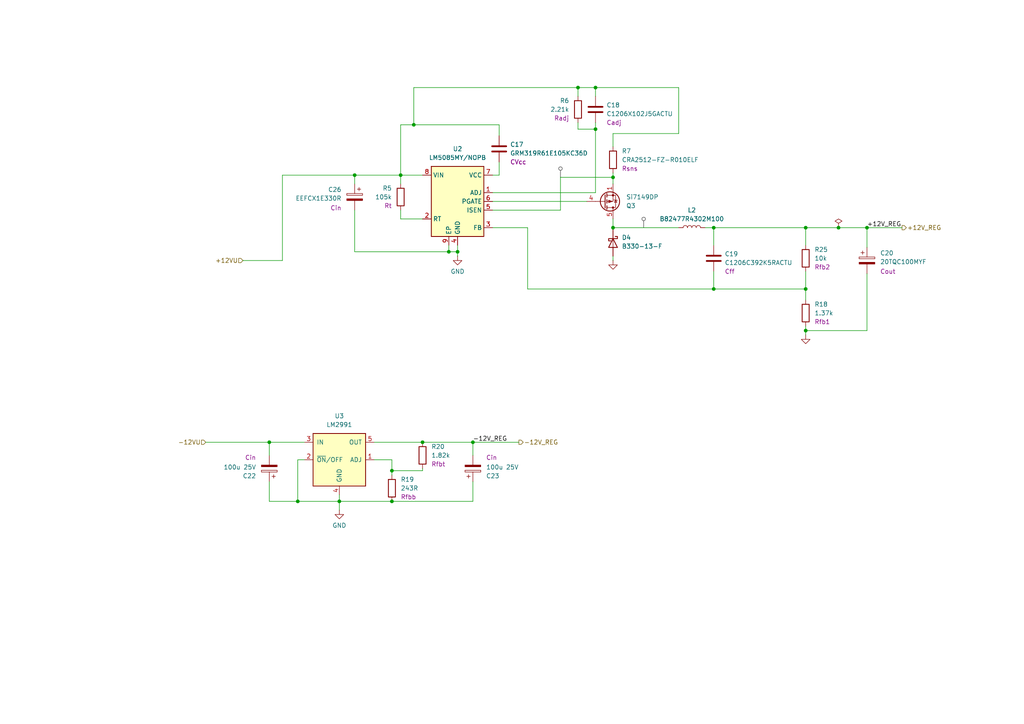
<source format=kicad_sch>
(kicad_sch
	(version 20231120)
	(generator "eeschema")
	(generator_version "8.0")
	(uuid "fe5ba786-c4b8-4a62-8d03-d604d5b60d69")
	(paper "A4")
	(lib_symbols
		(symbol "Device:C"
			(pin_numbers hide)
			(pin_names
				(offset 0.254)
			)
			(exclude_from_sim no)
			(in_bom yes)
			(on_board yes)
			(property "Reference" "C"
				(at 0.635 2.54 0)
				(effects
					(font
						(size 1.27 1.27)
					)
					(justify left)
				)
			)
			(property "Value" "C"
				(at 0.635 -2.54 0)
				(effects
					(font
						(size 1.27 1.27)
					)
					(justify left)
				)
			)
			(property "Footprint" ""
				(at 0.9652 -3.81 0)
				(effects
					(font
						(size 1.27 1.27)
					)
					(hide yes)
				)
			)
			(property "Datasheet" "~"
				(at 0 0 0)
				(effects
					(font
						(size 1.27 1.27)
					)
					(hide yes)
				)
			)
			(property "Description" "Unpolarized capacitor"
				(at 0 0 0)
				(effects
					(font
						(size 1.27 1.27)
					)
					(hide yes)
				)
			)
			(property "ki_keywords" "cap capacitor"
				(at 0 0 0)
				(effects
					(font
						(size 1.27 1.27)
					)
					(hide yes)
				)
			)
			(property "ki_fp_filters" "C_*"
				(at 0 0 0)
				(effects
					(font
						(size 1.27 1.27)
					)
					(hide yes)
				)
			)
			(symbol "C_0_1"
				(polyline
					(pts
						(xy -2.032 -0.762) (xy 2.032 -0.762)
					)
					(stroke
						(width 0.508)
						(type default)
					)
					(fill
						(type none)
					)
				)
				(polyline
					(pts
						(xy -2.032 0.762) (xy 2.032 0.762)
					)
					(stroke
						(width 0.508)
						(type default)
					)
					(fill
						(type none)
					)
				)
			)
			(symbol "C_1_1"
				(pin passive line
					(at 0 3.81 270)
					(length 2.794)
					(name "~"
						(effects
							(font
								(size 1.27 1.27)
							)
						)
					)
					(number "1"
						(effects
							(font
								(size 1.27 1.27)
							)
						)
					)
				)
				(pin passive line
					(at 0 -3.81 90)
					(length 2.794)
					(name "~"
						(effects
							(font
								(size 1.27 1.27)
							)
						)
					)
					(number "2"
						(effects
							(font
								(size 1.27 1.27)
							)
						)
					)
				)
			)
		)
		(symbol "Device:C_Polarized"
			(pin_numbers hide)
			(pin_names
				(offset 0.254)
			)
			(exclude_from_sim no)
			(in_bom yes)
			(on_board yes)
			(property "Reference" "C"
				(at 0.635 2.54 0)
				(effects
					(font
						(size 1.27 1.27)
					)
					(justify left)
				)
			)
			(property "Value" "C_Polarized"
				(at 0.635 -2.54 0)
				(effects
					(font
						(size 1.27 1.27)
					)
					(justify left)
				)
			)
			(property "Footprint" ""
				(at 0.9652 -3.81 0)
				(effects
					(font
						(size 1.27 1.27)
					)
					(hide yes)
				)
			)
			(property "Datasheet" "~"
				(at 0 0 0)
				(effects
					(font
						(size 1.27 1.27)
					)
					(hide yes)
				)
			)
			(property "Description" "Polarized capacitor"
				(at 0 0 0)
				(effects
					(font
						(size 1.27 1.27)
					)
					(hide yes)
				)
			)
			(property "ki_keywords" "cap capacitor"
				(at 0 0 0)
				(effects
					(font
						(size 1.27 1.27)
					)
					(hide yes)
				)
			)
			(property "ki_fp_filters" "CP_*"
				(at 0 0 0)
				(effects
					(font
						(size 1.27 1.27)
					)
					(hide yes)
				)
			)
			(symbol "C_Polarized_0_1"
				(rectangle
					(start -2.286 0.508)
					(end 2.286 1.016)
					(stroke
						(width 0)
						(type default)
					)
					(fill
						(type none)
					)
				)
				(polyline
					(pts
						(xy -1.778 2.286) (xy -0.762 2.286)
					)
					(stroke
						(width 0)
						(type default)
					)
					(fill
						(type none)
					)
				)
				(polyline
					(pts
						(xy -1.27 2.794) (xy -1.27 1.778)
					)
					(stroke
						(width 0)
						(type default)
					)
					(fill
						(type none)
					)
				)
				(rectangle
					(start 2.286 -0.508)
					(end -2.286 -1.016)
					(stroke
						(width 0)
						(type default)
					)
					(fill
						(type outline)
					)
				)
			)
			(symbol "C_Polarized_1_1"
				(pin passive line
					(at 0 3.81 270)
					(length 2.794)
					(name "~"
						(effects
							(font
								(size 1.27 1.27)
							)
						)
					)
					(number "1"
						(effects
							(font
								(size 1.27 1.27)
							)
						)
					)
				)
				(pin passive line
					(at 0 -3.81 90)
					(length 2.794)
					(name "~"
						(effects
							(font
								(size 1.27 1.27)
							)
						)
					)
					(number "2"
						(effects
							(font
								(size 1.27 1.27)
							)
						)
					)
				)
			)
		)
		(symbol "Device:L"
			(pin_numbers hide)
			(pin_names
				(offset 1.016) hide)
			(exclude_from_sim no)
			(in_bom yes)
			(on_board yes)
			(property "Reference" "L"
				(at -1.27 0 90)
				(effects
					(font
						(size 1.27 1.27)
					)
				)
			)
			(property "Value" "L"
				(at 1.905 0 90)
				(effects
					(font
						(size 1.27 1.27)
					)
				)
			)
			(property "Footprint" ""
				(at 0 0 0)
				(effects
					(font
						(size 1.27 1.27)
					)
					(hide yes)
				)
			)
			(property "Datasheet" "~"
				(at 0 0 0)
				(effects
					(font
						(size 1.27 1.27)
					)
					(hide yes)
				)
			)
			(property "Description" "Inductor"
				(at 0 0 0)
				(effects
					(font
						(size 1.27 1.27)
					)
					(hide yes)
				)
			)
			(property "ki_keywords" "inductor choke coil reactor magnetic"
				(at 0 0 0)
				(effects
					(font
						(size 1.27 1.27)
					)
					(hide yes)
				)
			)
			(property "ki_fp_filters" "Choke_* *Coil* Inductor_* L_*"
				(at 0 0 0)
				(effects
					(font
						(size 1.27 1.27)
					)
					(hide yes)
				)
			)
			(symbol "L_0_1"
				(arc
					(start 0 -2.54)
					(mid 0.6323 -1.905)
					(end 0 -1.27)
					(stroke
						(width 0)
						(type default)
					)
					(fill
						(type none)
					)
				)
				(arc
					(start 0 -1.27)
					(mid 0.6323 -0.635)
					(end 0 0)
					(stroke
						(width 0)
						(type default)
					)
					(fill
						(type none)
					)
				)
				(arc
					(start 0 0)
					(mid 0.6323 0.635)
					(end 0 1.27)
					(stroke
						(width 0)
						(type default)
					)
					(fill
						(type none)
					)
				)
				(arc
					(start 0 1.27)
					(mid 0.6323 1.905)
					(end 0 2.54)
					(stroke
						(width 0)
						(type default)
					)
					(fill
						(type none)
					)
				)
			)
			(symbol "L_1_1"
				(pin passive line
					(at 0 3.81 270)
					(length 1.27)
					(name "1"
						(effects
							(font
								(size 1.27 1.27)
							)
						)
					)
					(number "1"
						(effects
							(font
								(size 1.27 1.27)
							)
						)
					)
				)
				(pin passive line
					(at 0 -3.81 90)
					(length 1.27)
					(name "2"
						(effects
							(font
								(size 1.27 1.27)
							)
						)
					)
					(number "2"
						(effects
							(font
								(size 1.27 1.27)
							)
						)
					)
				)
			)
		)
		(symbol "Device:Q_PMOS_DGS"
			(pin_names
				(offset 0) hide)
			(exclude_from_sim no)
			(in_bom yes)
			(on_board yes)
			(property "Reference" "Q3"
				(at 6.35 1.2701 0)
				(effects
					(font
						(size 1.27 1.27)
					)
					(justify left)
				)
			)
			(property "Value" "Si7149DP"
				(at 6.35 -1.2699 0)
				(effects
					(font
						(size 1.27 1.27)
					)
					(justify left)
				)
			)
			(property "Footprint" "Package_SO:PowerPAK_SO-8_Single"
				(at 3.81 12.7 0)
				(effects
					(font
						(size 1.27 1.27)
					)
					(hide yes)
				)
			)
			(property "Datasheet" "~"
				(at 0 0 0)
				(effects
					(font
						(size 1.27 1.27)
					)
					(hide yes)
				)
			)
			(property "Description" "P-MOSFET transistor, drain/gate/source"
				(at 1.778 11.176 0)
				(effects
					(font
						(size 1.27 1.27)
					)
					(hide yes)
				)
			)
			(property "ki_keywords" "transistor PMOS P-MOS P-MOSFET"
				(at 0 0 0)
				(effects
					(font
						(size 1.27 1.27)
					)
					(hide yes)
				)
			)
			(symbol "Q_PMOS_DGS_0_1"
				(polyline
					(pts
						(xy 0.254 0) (xy -2.54 0)
					)
					(stroke
						(width 0)
						(type default)
					)
					(fill
						(type none)
					)
				)
				(polyline
					(pts
						(xy 0.254 1.905) (xy 0.254 -1.905)
					)
					(stroke
						(width 0.254)
						(type default)
					)
					(fill
						(type none)
					)
				)
				(polyline
					(pts
						(xy 0.762 -1.27) (xy 0.762 -2.286)
					)
					(stroke
						(width 0.254)
						(type default)
					)
					(fill
						(type none)
					)
				)
				(polyline
					(pts
						(xy 0.762 0.508) (xy 0.762 -0.508)
					)
					(stroke
						(width 0.254)
						(type default)
					)
					(fill
						(type none)
					)
				)
				(polyline
					(pts
						(xy 0.762 2.286) (xy 0.762 1.27)
					)
					(stroke
						(width 0.254)
						(type default)
					)
					(fill
						(type none)
					)
				)
				(polyline
					(pts
						(xy 2.54 2.54) (xy 2.54 1.778)
					)
					(stroke
						(width 0)
						(type default)
					)
					(fill
						(type none)
					)
				)
				(polyline
					(pts
						(xy 2.54 -2.54) (xy 2.54 0) (xy 0.762 0)
					)
					(stroke
						(width 0)
						(type default)
					)
					(fill
						(type none)
					)
				)
				(polyline
					(pts
						(xy 0.762 1.778) (xy 3.302 1.778) (xy 3.302 -1.778) (xy 0.762 -1.778)
					)
					(stroke
						(width 0)
						(type default)
					)
					(fill
						(type none)
					)
				)
				(polyline
					(pts
						(xy 2.286 0) (xy 1.27 0.381) (xy 1.27 -0.381) (xy 2.286 0)
					)
					(stroke
						(width 0)
						(type default)
					)
					(fill
						(type outline)
					)
				)
				(polyline
					(pts
						(xy 2.794 -0.508) (xy 2.921 -0.381) (xy 3.683 -0.381) (xy 3.81 -0.254)
					)
					(stroke
						(width 0)
						(type default)
					)
					(fill
						(type none)
					)
				)
				(polyline
					(pts
						(xy 3.302 -0.381) (xy 2.921 0.254) (xy 3.683 0.254) (xy 3.302 -0.381)
					)
					(stroke
						(width 0)
						(type default)
					)
					(fill
						(type none)
					)
				)
				(circle
					(center 1.651 0)
					(radius 2.794)
					(stroke
						(width 0.254)
						(type default)
					)
					(fill
						(type none)
					)
				)
				(circle
					(center 2.54 -1.778)
					(radius 0.254)
					(stroke
						(width 0)
						(type default)
					)
					(fill
						(type outline)
					)
				)
				(circle
					(center 2.54 1.778)
					(radius 0.254)
					(stroke
						(width 0)
						(type default)
					)
					(fill
						(type outline)
					)
				)
			)
			(symbol "Q_PMOS_DGS_1_1"
				(pin passive line
					(at 2.54 -5.08 90)
					(length 2.54)
					(name "S"
						(effects
							(font
								(size 1.27 1.27)
							)
						)
					)
					(number "1"
						(effects
							(font
								(size 1.27 1.27)
							)
						)
					)
				)
				(pin passive line
					(at 2.54 -5.08 90)
					(length 2.54) hide
					(name "S"
						(effects
							(font
								(size 1.27 1.27)
							)
						)
					)
					(number "2"
						(effects
							(font
								(size 1.27 1.27)
							)
						)
					)
				)
				(pin passive line
					(at 2.54 -5.08 90)
					(length 2.54) hide
					(name "S"
						(effects
							(font
								(size 1.27 1.27)
							)
						)
					)
					(number "3"
						(effects
							(font
								(size 1.27 1.27)
							)
						)
					)
				)
				(pin input line
					(at -5.08 0 0)
					(length 2.54)
					(name "G"
						(effects
							(font
								(size 1.27 1.27)
							)
						)
					)
					(number "4"
						(effects
							(font
								(size 1.27 1.27)
							)
						)
					)
				)
				(pin passive line
					(at 2.54 5.08 270)
					(length 2.54)
					(name "D"
						(effects
							(font
								(size 1.27 1.27)
							)
						)
					)
					(number "5"
						(effects
							(font
								(size 1.27 1.27)
							)
						)
					)
				)
			)
		)
		(symbol "Device:R"
			(pin_numbers hide)
			(pin_names
				(offset 0)
			)
			(exclude_from_sim no)
			(in_bom yes)
			(on_board yes)
			(property "Reference" "R"
				(at 2.032 0 90)
				(effects
					(font
						(size 1.27 1.27)
					)
				)
			)
			(property "Value" "R"
				(at 0 0 90)
				(effects
					(font
						(size 1.27 1.27)
					)
				)
			)
			(property "Footprint" ""
				(at -1.778 0 90)
				(effects
					(font
						(size 1.27 1.27)
					)
					(hide yes)
				)
			)
			(property "Datasheet" "~"
				(at 0 0 0)
				(effects
					(font
						(size 1.27 1.27)
					)
					(hide yes)
				)
			)
			(property "Description" "Resistor"
				(at 0 0 0)
				(effects
					(font
						(size 1.27 1.27)
					)
					(hide yes)
				)
			)
			(property "ki_keywords" "R res resistor"
				(at 0 0 0)
				(effects
					(font
						(size 1.27 1.27)
					)
					(hide yes)
				)
			)
			(property "ki_fp_filters" "R_*"
				(at 0 0 0)
				(effects
					(font
						(size 1.27 1.27)
					)
					(hide yes)
				)
			)
			(symbol "R_0_1"
				(rectangle
					(start -1.016 -2.54)
					(end 1.016 2.54)
					(stroke
						(width 0.254)
						(type default)
					)
					(fill
						(type none)
					)
				)
			)
			(symbol "R_1_1"
				(pin passive line
					(at 0 3.81 270)
					(length 1.27)
					(name "~"
						(effects
							(font
								(size 1.27 1.27)
							)
						)
					)
					(number "1"
						(effects
							(font
								(size 1.27 1.27)
							)
						)
					)
				)
				(pin passive line
					(at 0 -3.81 90)
					(length 1.27)
					(name "~"
						(effects
							(font
								(size 1.27 1.27)
							)
						)
					)
					(number "2"
						(effects
							(font
								(size 1.27 1.27)
							)
						)
					)
				)
			)
		)
		(symbol "Diode:B330"
			(pin_numbers hide)
			(pin_names
				(offset 1.016) hide)
			(exclude_from_sim no)
			(in_bom yes)
			(on_board yes)
			(property "Reference" "D"
				(at 0 2.54 0)
				(effects
					(font
						(size 1.27 1.27)
					)
				)
			)
			(property "Value" "B330"
				(at 0 -2.54 0)
				(effects
					(font
						(size 1.27 1.27)
					)
				)
			)
			(property "Footprint" "Diode_SMD:D_SMC"
				(at 0 -4.445 0)
				(effects
					(font
						(size 1.27 1.27)
					)
					(hide yes)
				)
			)
			(property "Datasheet" "http://www.jameco.com/Jameco/Products/ProdDS/1538777.pdf"
				(at 0 0 0)
				(effects
					(font
						(size 1.27 1.27)
					)
					(hide yes)
				)
			)
			(property "Description" "30V 3A Schottky Barrier Rectifier Diode, SMC"
				(at 0 0 0)
				(effects
					(font
						(size 1.27 1.27)
					)
					(hide yes)
				)
			)
			(property "ki_keywords" "diode Schottky"
				(at 0 0 0)
				(effects
					(font
						(size 1.27 1.27)
					)
					(hide yes)
				)
			)
			(property "ki_fp_filters" "D*SMC*"
				(at 0 0 0)
				(effects
					(font
						(size 1.27 1.27)
					)
					(hide yes)
				)
			)
			(symbol "B330_0_1"
				(polyline
					(pts
						(xy 1.27 0) (xy -1.27 0)
					)
					(stroke
						(width 0)
						(type default)
					)
					(fill
						(type none)
					)
				)
				(polyline
					(pts
						(xy 1.27 1.27) (xy 1.27 -1.27) (xy -1.27 0) (xy 1.27 1.27)
					)
					(stroke
						(width 0.254)
						(type default)
					)
					(fill
						(type none)
					)
				)
				(polyline
					(pts
						(xy -1.905 0.635) (xy -1.905 1.27) (xy -1.27 1.27) (xy -1.27 -1.27) (xy -0.635 -1.27) (xy -0.635 -0.635)
					)
					(stroke
						(width 0.254)
						(type default)
					)
					(fill
						(type none)
					)
				)
			)
			(symbol "B330_1_1"
				(pin passive line
					(at -3.81 0 0)
					(length 2.54)
					(name "K"
						(effects
							(font
								(size 1.27 1.27)
							)
						)
					)
					(number "1"
						(effects
							(font
								(size 1.27 1.27)
							)
						)
					)
				)
				(pin passive line
					(at 3.81 0 180)
					(length 2.54)
					(name "A"
						(effects
							(font
								(size 1.27 1.27)
							)
						)
					)
					(number "2"
						(effects
							(font
								(size 1.27 1.27)
							)
						)
					)
				)
			)
		)
		(symbol "Regulator_Linear:LM2990SX-12"
			(pin_names
				(offset 1.016)
			)
			(exclude_from_sim no)
			(in_bom yes)
			(on_board yes)
			(property "Reference" "U?"
				(at 0 7.62 0)
				(effects
					(font
						(size 1.27 1.27)
					)
				)
			)
			(property "Value" "LM2991"
				(at 0 5.08 0)
				(effects
					(font
						(size 1.27 1.27)
					)
				)
			)
			(property "Footprint" "Package_TO_SOT_THT:TO-220-5_Vertical"
				(at 0.254 -26.67 0)
				(effects
					(font
						(size 1.27 1.27)
					)
					(hide yes)
				)
			)
			(property "Datasheet" "http://www.ti.com/lit/ds/symlink/lm2991.pdf"
				(at -31.75 19.05 0)
				(effects
					(font
						(size 1.27 1.27)
					)
					(hide yes)
				)
			)
			(property "Description" "Three termianl low-dropout 1A negative voltage regulator, Input -6V to -26V, Out -12V"
				(at 0 0 0)
				(effects
					(font
						(size 1.27 1.27)
					)
					(hide yes)
				)
			)
			(property "ki_keywords" "Negative voltage regulator"
				(at 0 0 0)
				(effects
					(font
						(size 1.27 1.27)
					)
					(hide yes)
				)
			)
			(property "ki_fp_filters" "TO?263*TabPin2* TO?220*"
				(at 0 0 0)
				(effects
					(font
						(size 1.27 1.27)
					)
					(hide yes)
				)
			)
			(symbol "LM2990SX-12_0_1"
				(rectangle
					(start -7.62 2.54)
					(end 7.62 -12.7)
					(stroke
						(width 0.254)
						(type default)
					)
					(fill
						(type background)
					)
				)
			)
			(symbol "LM2990SX-12_1_1"
				(pin passive line
					(at 10.16 -5.08 180)
					(length 2.54)
					(name "ADJ"
						(effects
							(font
								(size 1.27 1.27)
							)
						)
					)
					(number "1"
						(effects
							(font
								(size 1.27 1.27)
							)
						)
					)
				)
				(pin passive line
					(at -10.16 -5.08 0)
					(length 2.54)
					(name "~{ON}/OFF"
						(effects
							(font
								(size 1.27 1.27)
							)
						)
					)
					(number "2"
						(effects
							(font
								(size 1.27 1.27)
							)
						)
					)
				)
				(pin power_in line
					(at -10.16 0 0)
					(length 2.54)
					(name "IN"
						(effects
							(font
								(size 1.27 1.27)
							)
						)
					)
					(number "3"
						(effects
							(font
								(size 1.27 1.27)
							)
						)
					)
				)
				(pin power_in line
					(at 0 -15.24 90)
					(length 2.54)
					(name "GND"
						(effects
							(font
								(size 1.27 1.27)
							)
						)
					)
					(number "4"
						(effects
							(font
								(size 1.27 1.27)
							)
						)
					)
				)
				(pin power_out line
					(at 10.16 0 180)
					(length 2.54)
					(name "OUT"
						(effects
							(font
								(size 1.27 1.27)
							)
						)
					)
					(number "5"
						(effects
							(font
								(size 1.27 1.27)
							)
						)
					)
				)
			)
		)
		(symbol "Regulator_Switching:LM25085MY"
			(exclude_from_sim no)
			(in_bom yes)
			(on_board yes)
			(property "Reference" "U"
				(at -7.62 11.43 0)
				(effects
					(font
						(size 1.27 1.27)
					)
					(justify left)
				)
			)
			(property "Value" "LM25085MY"
				(at -1.27 11.43 0)
				(effects
					(font
						(size 1.27 1.27)
					)
					(justify left)
				)
			)
			(property "Footprint" "Package_SO:MSOP-8-1EP_3x3mm_P0.65mm_EP1.73x1.85mm_ThermalVias"
				(at 1.27 -11.43 0)
				(effects
					(font
						(size 1.27 1.27)
						(italic yes)
					)
					(justify left)
					(hide yes)
				)
			)
			(property "Datasheet" "http://www.ti.com/lit/ds/symlink/lm25085.pdf"
				(at 0 0 0)
				(effects
					(font
						(size 1.27 1.27)
					)
					(hide yes)
				)
			)
			(property "Description" "42V Constant On-Time PFET Buck Switching Controller, MSOP-8-EP"
				(at 0 0 0)
				(effects
					(font
						(size 1.27 1.27)
					)
					(hide yes)
				)
			)
			(property "ki_keywords" "buck switching controller"
				(at 0 0 0)
				(effects
					(font
						(size 1.27 1.27)
					)
					(hide yes)
				)
			)
			(property "ki_fp_filters" "MSOP*1EP*3x3mm*P0.65mm*"
				(at 0 0 0)
				(effects
					(font
						(size 1.27 1.27)
					)
					(hide yes)
				)
			)
			(symbol "LM25085MY_0_1"
				(rectangle
					(start -7.62 10.16)
					(end 7.62 -10.16)
					(stroke
						(width 0.254)
						(type default)
					)
					(fill
						(type background)
					)
				)
			)
			(symbol "LM25085MY_1_1"
				(pin input line
					(at 10.16 2.54 180)
					(length 2.54)
					(name "ADJ"
						(effects
							(font
								(size 1.27 1.27)
							)
						)
					)
					(number "1"
						(effects
							(font
								(size 1.27 1.27)
							)
						)
					)
				)
				(pin input line
					(at -10.16 -5.08 0)
					(length 2.54)
					(name "RT"
						(effects
							(font
								(size 1.27 1.27)
							)
						)
					)
					(number "2"
						(effects
							(font
								(size 1.27 1.27)
							)
						)
					)
				)
				(pin input line
					(at 10.16 -7.62 180)
					(length 2.54)
					(name "FB"
						(effects
							(font
								(size 1.27 1.27)
							)
						)
					)
					(number "3"
						(effects
							(font
								(size 1.27 1.27)
							)
						)
					)
				)
				(pin power_in line
					(at 0 -12.7 90)
					(length 2.54)
					(name "GND"
						(effects
							(font
								(size 1.27 1.27)
							)
						)
					)
					(number "4"
						(effects
							(font
								(size 1.27 1.27)
							)
						)
					)
				)
				(pin input line
					(at 10.16 -2.54 180)
					(length 2.54)
					(name "ISEN"
						(effects
							(font
								(size 1.27 1.27)
							)
						)
					)
					(number "5"
						(effects
							(font
								(size 1.27 1.27)
							)
						)
					)
				)
				(pin output line
					(at 10.16 0 180)
					(length 2.54)
					(name "PGATE"
						(effects
							(font
								(size 1.27 1.27)
							)
						)
					)
					(number "6"
						(effects
							(font
								(size 1.27 1.27)
							)
						)
					)
				)
				(pin power_out line
					(at 10.16 7.62 180)
					(length 2.54)
					(name "VCC"
						(effects
							(font
								(size 1.27 1.27)
							)
						)
					)
					(number "7"
						(effects
							(font
								(size 1.27 1.27)
							)
						)
					)
				)
				(pin power_in line
					(at -10.16 7.62 0)
					(length 2.54)
					(name "VIN"
						(effects
							(font
								(size 1.27 1.27)
							)
						)
					)
					(number "8"
						(effects
							(font
								(size 1.27 1.27)
							)
						)
					)
				)
				(pin passive line
					(at -2.54 -12.7 90)
					(length 2.54)
					(name "EP"
						(effects
							(font
								(size 1.27 1.27)
							)
						)
					)
					(number "9"
						(effects
							(font
								(size 1.27 1.27)
							)
						)
					)
				)
			)
		)
		(symbol "power:GND"
			(power)
			(pin_numbers hide)
			(pin_names
				(offset 0) hide)
			(exclude_from_sim no)
			(in_bom yes)
			(on_board yes)
			(property "Reference" "#PWR"
				(at 0 -6.35 0)
				(effects
					(font
						(size 1.27 1.27)
					)
					(hide yes)
				)
			)
			(property "Value" "GND"
				(at 0 -3.81 0)
				(effects
					(font
						(size 1.27 1.27)
					)
				)
			)
			(property "Footprint" ""
				(at 0 0 0)
				(effects
					(font
						(size 1.27 1.27)
					)
					(hide yes)
				)
			)
			(property "Datasheet" ""
				(at 0 0 0)
				(effects
					(font
						(size 1.27 1.27)
					)
					(hide yes)
				)
			)
			(property "Description" "Power symbol creates a global label with name \"GND\" , ground"
				(at 0 0 0)
				(effects
					(font
						(size 1.27 1.27)
					)
					(hide yes)
				)
			)
			(property "ki_keywords" "global power"
				(at 0 0 0)
				(effects
					(font
						(size 1.27 1.27)
					)
					(hide yes)
				)
			)
			(symbol "GND_0_1"
				(polyline
					(pts
						(xy 0 0) (xy 0 -1.27) (xy 1.27 -1.27) (xy 0 -2.54) (xy -1.27 -1.27) (xy 0 -1.27)
					)
					(stroke
						(width 0)
						(type default)
					)
					(fill
						(type none)
					)
				)
			)
			(symbol "GND_1_1"
				(pin power_in line
					(at 0 0 270)
					(length 0)
					(name "~"
						(effects
							(font
								(size 1.27 1.27)
							)
						)
					)
					(number "1"
						(effects
							(font
								(size 1.27 1.27)
							)
						)
					)
				)
			)
		)
		(symbol "power:PWR_FLAG"
			(power)
			(pin_numbers hide)
			(pin_names
				(offset 0) hide)
			(exclude_from_sim no)
			(in_bom yes)
			(on_board yes)
			(property "Reference" "#FLG"
				(at 0 1.905 0)
				(effects
					(font
						(size 1.27 1.27)
					)
					(hide yes)
				)
			)
			(property "Value" "PWR_FLAG"
				(at 0 3.81 0)
				(effects
					(font
						(size 1.27 1.27)
					)
				)
			)
			(property "Footprint" ""
				(at 0 0 0)
				(effects
					(font
						(size 1.27 1.27)
					)
					(hide yes)
				)
			)
			(property "Datasheet" "~"
				(at 0 0 0)
				(effects
					(font
						(size 1.27 1.27)
					)
					(hide yes)
				)
			)
			(property "Description" "Special symbol for telling ERC where power comes from"
				(at 0 0 0)
				(effects
					(font
						(size 1.27 1.27)
					)
					(hide yes)
				)
			)
			(property "ki_keywords" "flag power"
				(at 0 0 0)
				(effects
					(font
						(size 1.27 1.27)
					)
					(hide yes)
				)
			)
			(symbol "PWR_FLAG_0_0"
				(pin power_out line
					(at 0 0 90)
					(length 0)
					(name "~"
						(effects
							(font
								(size 1.27 1.27)
							)
						)
					)
					(number "1"
						(effects
							(font
								(size 1.27 1.27)
							)
						)
					)
				)
			)
			(symbol "PWR_FLAG_0_1"
				(polyline
					(pts
						(xy 0 0) (xy 0 1.27) (xy -1.016 1.905) (xy 0 2.54) (xy 1.016 1.905) (xy 0 1.27)
					)
					(stroke
						(width 0)
						(type default)
					)
					(fill
						(type none)
					)
				)
			)
		)
	)
	(junction
		(at 86.36 145.415)
		(diameter 0)
		(color 0 0 0 0)
		(uuid "02218226-77b9-47b1-b392-5033d5107a29")
	)
	(junction
		(at 233.68 66.04)
		(diameter 0)
		(color 0 0 0 0)
		(uuid "0c73ad4a-80bb-471a-9b32-349689466660")
	)
	(junction
		(at 78.105 128.27)
		(diameter 0)
		(color 0 0 0 0)
		(uuid "138c6701-5c03-4a7c-8a24-938e2a3f1a41")
	)
	(junction
		(at 130.175 73.025)
		(diameter 0)
		(color 0 0 0 0)
		(uuid "259ed6c3-d2b7-4cbd-93eb-35fc19452897")
	)
	(junction
		(at 172.72 37.465)
		(diameter 0)
		(color 0 0 0 0)
		(uuid "26623c67-1709-4db3-9741-e7325a482955")
	)
	(junction
		(at 132.715 73.025)
		(diameter 0)
		(color 0 0 0 0)
		(uuid "333b2592-f68c-4f29-9a3a-47a416956787")
	)
	(junction
		(at 113.665 136.525)
		(diameter 0)
		(color 0 0 0 0)
		(uuid "3674eab1-3c06-480d-bb9c-905e539caec4")
	)
	(junction
		(at 116.205 50.8)
		(diameter 0)
		(color 0 0 0 0)
		(uuid "39e4bfea-264c-48fc-b7fc-d2a15812b7e0")
	)
	(junction
		(at 102.87 50.8)
		(diameter 0)
		(color 0 0 0 0)
		(uuid "542e35da-6019-4d2a-a9fa-b743681584c2")
	)
	(junction
		(at 113.665 145.415)
		(diameter 0)
		(color 0 0 0 0)
		(uuid "64c83de8-2f0b-407c-a967-75c1dd5b1dad")
	)
	(junction
		(at 207.01 66.04)
		(diameter 0)
		(color 0 0 0 0)
		(uuid "684dc7a5-dbd4-4cb5-9953-8f8396ad6a60")
	)
	(junction
		(at 251.46 66.04)
		(diameter 0)
		(color 0 0 0 0)
		(uuid "7adde28b-2aac-4e7f-b263-b3b7920cba91")
	)
	(junction
		(at 233.68 83.82)
		(diameter 0)
		(color 0 0 0 0)
		(uuid "8f2acee9-24a9-4be8-bb4b-21bb81b3fc84")
	)
	(junction
		(at 167.64 25.4)
		(diameter 0)
		(color 0 0 0 0)
		(uuid "926616ba-2b1d-4a04-b6dd-a2b3ab2d6913")
	)
	(junction
		(at 172.72 25.4)
		(diameter 0)
		(color 0 0 0 0)
		(uuid "9c1c5960-bf8d-40d9-a900-194df0d968ce")
	)
	(junction
		(at 98.425 145.415)
		(diameter 0)
		(color 0 0 0 0)
		(uuid "a5b8bad2-0ba6-47ff-9e9f-cb31339dfe3b")
	)
	(junction
		(at 177.8 51.435)
		(diameter 0)
		(color 0 0 0 0)
		(uuid "ac71b251-5fcc-491e-9e92-23c08220a4f0")
	)
	(junction
		(at 207.01 83.82)
		(diameter 0)
		(color 0 0 0 0)
		(uuid "acd9ac8b-0f8b-4368-8199-77176f7315bc")
	)
	(junction
		(at 177.8 66.04)
		(diameter 0)
		(color 0 0 0 0)
		(uuid "b28335ad-d5d9-46cb-8603-1e7cf30cec4e")
	)
	(junction
		(at 243.205 66.04)
		(diameter 0)
		(color 0 0 0 0)
		(uuid "b8449a2b-62a6-4985-838b-ff054b0b763e")
	)
	(junction
		(at 137.16 128.27)
		(diameter 0)
		(color 0 0 0 0)
		(uuid "cb1f7b27-0918-482f-b932-f207e87e1576")
	)
	(junction
		(at 233.68 95.885)
		(diameter 0)
		(color 0 0 0 0)
		(uuid "cc82b274-81dd-494b-82ea-6871d55e4ef5")
	)
	(junction
		(at 122.555 128.27)
		(diameter 0)
		(color 0 0 0 0)
		(uuid "d05bd5ff-c51b-4d79-8d64-f4aa7edb56cb")
	)
	(junction
		(at 120.015 36.195)
		(diameter 0)
		(color 0 0 0 0)
		(uuid "f713880e-768c-4e40-aed0-995644167c6c")
	)
	(wire
		(pts
			(xy 144.78 36.195) (xy 144.78 39.37)
		)
		(stroke
			(width 0)
			(type default)
		)
		(uuid "015b8996-0ae4-49e5-b72a-b0cd002fec6c")
	)
	(wire
		(pts
			(xy 196.85 25.4) (xy 172.72 25.4)
		)
		(stroke
			(width 0)
			(type default)
		)
		(uuid "022678c8-b9b4-4867-94de-290dbe91339b")
	)
	(wire
		(pts
			(xy 233.68 94.615) (xy 233.68 95.885)
		)
		(stroke
			(width 0)
			(type default)
		)
		(uuid "0706d316-09d4-492e-962e-3a3cb5013d3a")
	)
	(wire
		(pts
			(xy 81.915 50.8) (xy 81.915 75.565)
		)
		(stroke
			(width 0)
			(type default)
		)
		(uuid "0868eded-6c78-4a54-9aae-e0f77f06e8fa")
	)
	(wire
		(pts
			(xy 86.36 145.415) (xy 98.425 145.415)
		)
		(stroke
			(width 0)
			(type default)
		)
		(uuid "092d4258-322b-4810-b15e-a864f2b1ddc4")
	)
	(wire
		(pts
			(xy 233.68 83.82) (xy 233.68 86.995)
		)
		(stroke
			(width 0)
			(type default)
		)
		(uuid "0a1ba3df-7642-4569-9d89-007a71ddbad1")
	)
	(wire
		(pts
			(xy 137.16 128.27) (xy 137.16 132.08)
		)
		(stroke
			(width 0)
			(type default)
		)
		(uuid "0a998631-d568-434e-a448-62747c85a62f")
	)
	(wire
		(pts
			(xy 130.175 73.025) (xy 102.87 73.025)
		)
		(stroke
			(width 0)
			(type default)
		)
		(uuid "1517ac80-0509-4783-8a73-6f99fea76f4b")
	)
	(wire
		(pts
			(xy 167.64 25.4) (xy 167.64 27.94)
		)
		(stroke
			(width 0)
			(type default)
		)
		(uuid "17655633-9aca-45d4-82d0-47c59983e7a0")
	)
	(wire
		(pts
			(xy 98.425 145.415) (xy 113.665 145.415)
		)
		(stroke
			(width 0)
			(type default)
		)
		(uuid "23f22809-0ae1-4c4a-9fdd-78baa7da1ee3")
	)
	(wire
		(pts
			(xy 81.915 75.565) (xy 70.485 75.565)
		)
		(stroke
			(width 0)
			(type default)
		)
		(uuid "283dcbe7-c30b-4feb-96d2-e70fc58ead1f")
	)
	(wire
		(pts
			(xy 122.555 128.27) (xy 137.16 128.27)
		)
		(stroke
			(width 0)
			(type default)
		)
		(uuid "2ab50cb1-4fdf-4011-95db-10a2f1cdd1f3")
	)
	(wire
		(pts
			(xy 102.87 50.8) (xy 102.87 53.34)
		)
		(stroke
			(width 0)
			(type default)
		)
		(uuid "3093914f-26aa-4839-819e-08ec91a04bbf")
	)
	(wire
		(pts
			(xy 251.46 95.885) (xy 233.68 95.885)
		)
		(stroke
			(width 0)
			(type default)
		)
		(uuid "346a6a48-3d78-42ee-b4eb-862d419a4412")
	)
	(wire
		(pts
			(xy 88.265 133.35) (xy 86.36 133.35)
		)
		(stroke
			(width 0)
			(type default)
		)
		(uuid "34e2602d-0704-4382-ac11-4d7722db5b94")
	)
	(wire
		(pts
			(xy 233.68 78.74) (xy 233.68 83.82)
		)
		(stroke
			(width 0)
			(type default)
		)
		(uuid "3b603310-f638-4711-8a77-bcd01580b31b")
	)
	(wire
		(pts
			(xy 98.425 145.415) (xy 98.425 143.51)
		)
		(stroke
			(width 0)
			(type default)
		)
		(uuid "3ec423e3-6539-436c-a7a7-742f44228fef")
	)
	(wire
		(pts
			(xy 98.425 145.415) (xy 98.425 147.955)
		)
		(stroke
			(width 0)
			(type default)
		)
		(uuid "427d475e-2af1-4f7a-a5bb-812cb0c4d9a1")
	)
	(wire
		(pts
			(xy 137.16 128.27) (xy 150.495 128.27)
		)
		(stroke
			(width 0)
			(type default)
		)
		(uuid "42db40e5-1a33-4589-9a7c-8c156bbb0207")
	)
	(wire
		(pts
			(xy 137.16 145.415) (xy 137.16 139.7)
		)
		(stroke
			(width 0)
			(type default)
		)
		(uuid "430d0e23-3090-4db9-a8bc-231f9b5773fd")
	)
	(wire
		(pts
			(xy 196.85 38.735) (xy 196.85 25.4)
		)
		(stroke
			(width 0)
			(type default)
		)
		(uuid "491fc39a-d779-4d63-a20b-527554565107")
	)
	(wire
		(pts
			(xy 108.585 128.27) (xy 122.555 128.27)
		)
		(stroke
			(width 0)
			(type default)
		)
		(uuid "501fbcee-69b4-4766-a875-9d565e5e632f")
	)
	(wire
		(pts
			(xy 59.69 128.27) (xy 78.105 128.27)
		)
		(stroke
			(width 0)
			(type default)
		)
		(uuid "51ffdec7-38e6-4ba1-83f1-3ca7a6cc5a20")
	)
	(wire
		(pts
			(xy 78.105 139.7) (xy 78.105 145.415)
		)
		(stroke
			(width 0)
			(type default)
		)
		(uuid "56f60a56-6f95-41aa-af1e-58c394560714")
	)
	(wire
		(pts
			(xy 120.015 36.195) (xy 116.205 36.195)
		)
		(stroke
			(width 0)
			(type default)
		)
		(uuid "577c1e61-ffdd-4879-90f8-1e61d157e859")
	)
	(wire
		(pts
			(xy 172.72 27.94) (xy 172.72 25.4)
		)
		(stroke
			(width 0)
			(type default)
		)
		(uuid "59679077-aff7-4b4e-ae89-78ce362f6e98")
	)
	(wire
		(pts
			(xy 162.56 60.96) (xy 142.875 60.96)
		)
		(stroke
			(width 0)
			(type default)
		)
		(uuid "5ac80c27-e2cf-4d33-858f-4bfb65ce0465")
	)
	(wire
		(pts
			(xy 177.8 42.545) (xy 177.8 38.735)
		)
		(stroke
			(width 0)
			(type default)
		)
		(uuid "5fa145da-bc99-4c7a-b5b2-e35882fb7aa3")
	)
	(wire
		(pts
			(xy 132.715 71.12) (xy 132.715 73.025)
		)
		(stroke
			(width 0)
			(type default)
		)
		(uuid "60d042f6-b893-45c4-a8f0-fb64b7bb84d5")
	)
	(wire
		(pts
			(xy 120.015 25.4) (xy 120.015 36.195)
		)
		(stroke
			(width 0)
			(type default)
		)
		(uuid "64432c6d-7e47-4696-8ee0-b5b3ff058f39")
	)
	(wire
		(pts
			(xy 78.105 145.415) (xy 86.36 145.415)
		)
		(stroke
			(width 0)
			(type default)
		)
		(uuid "64f3b729-2f1b-4a96-8232-ebc080b6e893")
	)
	(wire
		(pts
			(xy 132.715 73.025) (xy 132.715 74.295)
		)
		(stroke
			(width 0)
			(type default)
		)
		(uuid "67847173-542a-422a-ae58-3de77e19c06e")
	)
	(wire
		(pts
			(xy 108.585 133.35) (xy 113.665 133.35)
		)
		(stroke
			(width 0)
			(type default)
		)
		(uuid "6c4030d3-d8e9-4d1e-ad38-32f7e4888b21")
	)
	(wire
		(pts
			(xy 78.105 128.27) (xy 78.105 132.08)
		)
		(stroke
			(width 0)
			(type default)
		)
		(uuid "6e7b81b4-a746-4cf5-8e5c-9134e6a550c2")
	)
	(wire
		(pts
			(xy 153.035 83.82) (xy 153.035 66.04)
		)
		(stroke
			(width 0)
			(type default)
		)
		(uuid "6f4c141e-0124-457e-9864-283da17bfaa5")
	)
	(wire
		(pts
			(xy 243.205 66.04) (xy 233.68 66.04)
		)
		(stroke
			(width 0)
			(type default)
		)
		(uuid "75fbb80c-09eb-4f20-9b9f-6c3644338d44")
	)
	(wire
		(pts
			(xy 142.875 58.42) (xy 170.18 58.42)
		)
		(stroke
			(width 0)
			(type default)
		)
		(uuid "7773c5d8-fa56-444f-85fd-eb636fb37613")
	)
	(wire
		(pts
			(xy 122.555 136.525) (xy 113.665 136.525)
		)
		(stroke
			(width 0)
			(type default)
		)
		(uuid "7a56c068-aaca-40e1-8a1c-84213ddef2a9")
	)
	(wire
		(pts
			(xy 120.015 25.4) (xy 167.64 25.4)
		)
		(stroke
			(width 0)
			(type default)
		)
		(uuid "7cd08aaa-e860-4aa4-b598-5199cd4b4ffb")
	)
	(wire
		(pts
			(xy 177.8 66.04) (xy 177.8 63.5)
		)
		(stroke
			(width 0)
			(type default)
		)
		(uuid "7d31d780-9fc7-45c3-8c6c-a8cdbb6cd36f")
	)
	(wire
		(pts
			(xy 153.035 66.04) (xy 142.875 66.04)
		)
		(stroke
			(width 0)
			(type default)
		)
		(uuid "83515e33-e2e5-4782-97f3-111c0b3d4475")
	)
	(wire
		(pts
			(xy 116.205 63.5) (xy 116.205 60.96)
		)
		(stroke
			(width 0)
			(type default)
		)
		(uuid "87a4ab74-37a0-4d72-bca6-9e771a09b883")
	)
	(wire
		(pts
			(xy 116.205 36.195) (xy 116.205 50.8)
		)
		(stroke
			(width 0)
			(type default)
		)
		(uuid "8d7839d5-626f-46cd-bd90-42c879f3a3ea")
	)
	(wire
		(pts
			(xy 177.8 38.735) (xy 196.85 38.735)
		)
		(stroke
			(width 0)
			(type default)
		)
		(uuid "8fb3ae22-a9bd-4ef8-8714-0047f6e649fd")
	)
	(wire
		(pts
			(xy 172.72 55.88) (xy 142.875 55.88)
		)
		(stroke
			(width 0)
			(type default)
		)
		(uuid "917a2b9e-d523-4f21-a1d4-2b7c521f26ba")
	)
	(wire
		(pts
			(xy 113.665 145.415) (xy 137.16 145.415)
		)
		(stroke
			(width 0)
			(type default)
		)
		(uuid "94c6cd01-ebb4-4d5b-8d13-7c0661c7dd8f")
	)
	(wire
		(pts
			(xy 251.46 71.755) (xy 251.46 66.04)
		)
		(stroke
			(width 0)
			(type default)
		)
		(uuid "9f8a90f7-a3a2-4060-88f1-eaac38d5f206")
	)
	(wire
		(pts
			(xy 207.01 83.82) (xy 153.035 83.82)
		)
		(stroke
			(width 0)
			(type default)
		)
		(uuid "a4e0626d-7ba5-419c-8ee2-2b5356ad7d55")
	)
	(wire
		(pts
			(xy 162.56 51.435) (xy 162.56 60.96)
		)
		(stroke
			(width 0)
			(type default)
		)
		(uuid "a7574c47-ce61-4dd6-b474-7a8850afd255")
	)
	(wire
		(pts
			(xy 102.87 50.8) (xy 116.205 50.8)
		)
		(stroke
			(width 0)
			(type default)
		)
		(uuid "a7c4f912-a1f8-411c-b22f-1ae29404e826")
	)
	(wire
		(pts
			(xy 81.915 50.8) (xy 102.87 50.8)
		)
		(stroke
			(width 0)
			(type default)
		)
		(uuid "a930f196-5db3-48b9-ba34-defa4ebca859")
	)
	(wire
		(pts
			(xy 102.87 73.025) (xy 102.87 60.96)
		)
		(stroke
			(width 0)
			(type default)
		)
		(uuid "afbb1013-c651-4f4d-a2aa-fa96c306feda")
	)
	(wire
		(pts
			(xy 207.01 66.04) (xy 207.01 71.12)
		)
		(stroke
			(width 0)
			(type default)
		)
		(uuid "b100ed9b-3bdf-497a-94e4-8d97b826b20e")
	)
	(wire
		(pts
			(xy 113.665 136.525) (xy 113.665 137.795)
		)
		(stroke
			(width 0)
			(type default)
		)
		(uuid "b394f26c-1162-46af-993e-8f3237f5e3c3")
	)
	(wire
		(pts
			(xy 233.68 71.12) (xy 233.68 66.04)
		)
		(stroke
			(width 0)
			(type default)
		)
		(uuid "b43a75bc-be21-4d7d-8915-7acecdb1f385")
	)
	(wire
		(pts
			(xy 86.36 133.35) (xy 86.36 145.415)
		)
		(stroke
			(width 0)
			(type default)
		)
		(uuid "b5d295f3-3a4c-4354-a543-3b290768f890")
	)
	(wire
		(pts
			(xy 233.68 95.885) (xy 233.68 97.155)
		)
		(stroke
			(width 0)
			(type default)
		)
		(uuid "b6929cf3-4c07-4c67-bf04-ba5f323c418b")
	)
	(wire
		(pts
			(xy 177.8 51.435) (xy 177.8 53.34)
		)
		(stroke
			(width 0)
			(type default)
		)
		(uuid "b9ab55af-4d4f-4e97-ba2b-b2bcfe07e6f1")
	)
	(wire
		(pts
			(xy 144.78 36.195) (xy 120.015 36.195)
		)
		(stroke
			(width 0)
			(type default)
		)
		(uuid "bacd065f-d9f0-456b-b94e-de2fada71e78")
	)
	(wire
		(pts
			(xy 122.555 63.5) (xy 116.205 63.5)
		)
		(stroke
			(width 0)
			(type default)
		)
		(uuid "bbfc90c4-ee33-4903-ab28-c04a32f20392")
	)
	(wire
		(pts
			(xy 177.8 74.295) (xy 177.8 75.565)
		)
		(stroke
			(width 0)
			(type default)
		)
		(uuid "be990010-4ab7-40fe-8659-c02e467a63f3")
	)
	(wire
		(pts
			(xy 78.105 128.27) (xy 88.265 128.27)
		)
		(stroke
			(width 0)
			(type default)
		)
		(uuid "bf8427de-2e9a-49e3-ab7f-40c4fb992ec7")
	)
	(wire
		(pts
			(xy 207.01 66.04) (xy 233.68 66.04)
		)
		(stroke
			(width 0)
			(type default)
		)
		(uuid "c17c2d45-76c6-47b3-a351-01cb660fc441")
	)
	(wire
		(pts
			(xy 251.46 79.375) (xy 251.46 95.885)
		)
		(stroke
			(width 0)
			(type default)
		)
		(uuid "c1c8f274-117b-4964-bfeb-17e191ed790d")
	)
	(wire
		(pts
			(xy 207.01 78.74) (xy 207.01 83.82)
		)
		(stroke
			(width 0)
			(type default)
		)
		(uuid "c68190c6-5385-4781-890c-cfb67cb96cc3")
	)
	(wire
		(pts
			(xy 233.68 83.82) (xy 207.01 83.82)
		)
		(stroke
			(width 0)
			(type default)
		)
		(uuid "c6ececd5-5095-4477-afee-158ca7c8db88")
	)
	(wire
		(pts
			(xy 251.46 66.04) (xy 261.62 66.04)
		)
		(stroke
			(width 0)
			(type default)
		)
		(uuid "cc20378f-1997-4b31-9027-79484733a522")
	)
	(wire
		(pts
			(xy 172.72 25.4) (xy 167.64 25.4)
		)
		(stroke
			(width 0)
			(type default)
		)
		(uuid "ce281546-a700-4b84-a371-c60d9545fc46")
	)
	(wire
		(pts
			(xy 142.875 50.8) (xy 144.78 50.8)
		)
		(stroke
			(width 0)
			(type default)
		)
		(uuid "cedf4738-a8cf-46c2-9bd3-da3a941614e8")
	)
	(wire
		(pts
			(xy 122.555 135.89) (xy 122.555 136.525)
		)
		(stroke
			(width 0)
			(type default)
		)
		(uuid "cfb629c9-1c75-40a0-937f-a284795dca33")
	)
	(wire
		(pts
			(xy 172.72 37.465) (xy 167.64 37.465)
		)
		(stroke
			(width 0)
			(type default)
		)
		(uuid "d482606e-3083-475b-b387-2cf97825db22")
	)
	(wire
		(pts
			(xy 130.175 71.12) (xy 130.175 73.025)
		)
		(stroke
			(width 0)
			(type default)
		)
		(uuid "d5be704b-d05f-47e7-9602-879371c1ce1f")
	)
	(wire
		(pts
			(xy 116.205 50.8) (xy 116.205 53.34)
		)
		(stroke
			(width 0)
			(type default)
		)
		(uuid "d8372c09-a2dc-47c7-8ed7-2f3405987d1f")
	)
	(wire
		(pts
			(xy 144.78 46.99) (xy 144.78 50.8)
		)
		(stroke
			(width 0)
			(type default)
		)
		(uuid "e1baab32-7643-41be-bbb0-a31f3e56a0df")
	)
	(wire
		(pts
			(xy 177.8 50.165) (xy 177.8 51.435)
		)
		(stroke
			(width 0)
			(type default)
		)
		(uuid "e36b00ba-709d-4975-954a-e0778e4ed576")
	)
	(wire
		(pts
			(xy 172.72 37.465) (xy 172.72 55.88)
		)
		(stroke
			(width 0)
			(type default)
		)
		(uuid "e50302ce-aa4d-4e78-b8a9-e0ded955bdcc")
	)
	(wire
		(pts
			(xy 177.8 66.04) (xy 177.8 66.675)
		)
		(stroke
			(width 0)
			(type default)
		)
		(uuid "e831535f-cd16-4f8f-8fad-0f9555d0e371")
	)
	(wire
		(pts
			(xy 177.8 51.435) (xy 162.56 51.435)
		)
		(stroke
			(width 0)
			(type default)
		)
		(uuid "eb7dbf41-b181-460e-a3d8-0f2dfbffde78")
	)
	(wire
		(pts
			(xy 130.175 73.025) (xy 132.715 73.025)
		)
		(stroke
			(width 0)
			(type default)
		)
		(uuid "ef5018c6-f196-41c1-9912-241699963a19")
	)
	(wire
		(pts
			(xy 167.64 37.465) (xy 167.64 35.56)
		)
		(stroke
			(width 0)
			(type default)
		)
		(uuid "efe6ee43-2209-46f6-ba64-b6ecec0c2629")
	)
	(wire
		(pts
			(xy 251.46 66.04) (xy 243.205 66.04)
		)
		(stroke
			(width 0)
			(type default)
		)
		(uuid "f6663c21-2869-47c8-bc54-3b70627df3bb")
	)
	(wire
		(pts
			(xy 204.47 66.04) (xy 207.01 66.04)
		)
		(stroke
			(width 0)
			(type default)
		)
		(uuid "f7660f06-170b-4fde-84ef-4b39d9486303")
	)
	(wire
		(pts
			(xy 122.555 50.8) (xy 116.205 50.8)
		)
		(stroke
			(width 0)
			(type default)
		)
		(uuid "f78652c8-dc6b-45ae-b89c-fa776bd360f4")
	)
	(wire
		(pts
			(xy 113.665 133.35) (xy 113.665 136.525)
		)
		(stroke
			(width 0)
			(type default)
		)
		(uuid "fe410236-36d9-4ab4-9bd9-1e382c10615c")
	)
	(wire
		(pts
			(xy 177.8 66.04) (xy 196.85 66.04)
		)
		(stroke
			(width 0)
			(type default)
		)
		(uuid "fe5b5bd8-ec58-421d-8f11-e4b929c9d799")
	)
	(wire
		(pts
			(xy 172.72 35.56) (xy 172.72 37.465)
		)
		(stroke
			(width 0)
			(type default)
		)
		(uuid "fffa885b-ebca-4150-9ce6-1be62c9c295d")
	)
	(label "+12V_REG"
		(at 251.46 66.04 0)
		(fields_autoplaced yes)
		(effects
			(font
				(size 1.27 1.27)
			)
			(justify left bottom)
		)
		(uuid "b446f9db-1928-423b-9cbc-3db9aa3d56bb")
		(property "Netclass" "LV_HC"
			(at 251.46 67.31 0)
			(effects
				(font
					(size 1.27 1.27)
					(italic yes)
				)
				(justify left)
				(hide yes)
			)
		)
	)
	(label "-12V_REG"
		(at 137.16 128.27 0)
		(fields_autoplaced yes)
		(effects
			(font
				(size 1.27 1.27)
			)
			(justify left bottom)
		)
		(uuid "cb34e0d8-832e-401d-ba30-8ecedc04e458")
		(property "Netclass" "LV_LC"
			(at 137.16 129.54 0)
			(effects
				(font
					(size 1.27 1.27)
					(italic yes)
				)
				(justify left)
				(hide yes)
			)
		)
	)
	(hierarchical_label "-12VU"
		(shape input)
		(at 59.69 128.27 180)
		(effects
			(font
				(size 1.27 1.27)
			)
			(justify right)
		)
		(uuid "0148d90c-f9fe-460c-a1cf-223ae4e21b5c")
	)
	(hierarchical_label "+12V_REG"
		(shape output)
		(at 261.62 66.04 0)
		(fields_autoplaced yes)
		(effects
			(font
				(size 1.27 1.27)
			)
			(justify left)
		)
		(uuid "29bbefb9-ad21-42d8-b873-65e896165a64")
		(property "Netclass" "LV_HC"
			(at 261.62 67.31 0)
			(effects
				(font
					(size 1.27 1.27)
					(italic yes)
				)
				(justify left)
				(hide yes)
			)
		)
	)
	(hierarchical_label "+12VU"
		(shape input)
		(at 70.485 75.565 180)
		(effects
			(font
				(size 1.27 1.27)
			)
			(justify right)
		)
		(uuid "c033727a-76ca-426e-b621-211d7a6efff6")
	)
	(hierarchical_label "-12V_REG"
		(shape output)
		(at 150.495 128.27 0)
		(fields_autoplaced yes)
		(effects
			(font
				(size 1.27 1.27)
			)
			(justify left)
		)
		(uuid "feb98340-e3df-43ae-8511-dc504860a76b")
		(property "Netclass" "LV_HC"
			(at 150.495 129.54 0)
			(effects
				(font
					(size 1.27 1.27)
					(italic yes)
				)
				(justify left)
				(hide yes)
			)
		)
	)
	(netclass_flag ""
		(length 2.54)
		(shape round)
		(at 186.69 66.04 0)
		(fields_autoplaced yes)
		(effects
			(font
				(size 1.27 1.27)
			)
			(justify left bottom)
		)
		(uuid "106e0c33-7ee3-4064-a596-6ae3795853b2")
		(property "Netclass" "LV_HC"
			(at 187.3885 63.5 0)
			(effects
				(font
					(size 1.27 1.27)
					(italic yes)
				)
				(justify left)
				(hide yes)
			)
		)
	)
	(netclass_flag ""
		(length 2.54)
		(shape round)
		(at 162.56 51.435 0)
		(fields_autoplaced yes)
		(effects
			(font
				(size 1.27 1.27)
			)
			(justify left bottom)
		)
		(uuid "4acc604c-6463-4bc1-898a-fc7444f5d703")
		(property "Netclass" "LV_HC"
			(at 163.2585 48.895 0)
			(effects
				(font
					(size 1.27 1.27)
					(italic yes)
				)
				(justify left)
				(hide yes)
			)
		)
	)
	(symbol
		(lib_id "Device:C_Polarized")
		(at 78.105 135.89 180)
		(unit 1)
		(exclude_from_sim no)
		(in_bom yes)
		(on_board yes)
		(dnp no)
		(uuid "00a1347b-a591-4482-a5ff-50960c7d281e")
		(property "Reference" "C22"
			(at 74.295 138.0491 0)
			(effects
				(font
					(size 1.27 1.27)
				)
				(justify left)
			)
		)
		(property "Value" "100u 25V"
			(at 74.295 135.5091 0)
			(effects
				(font
					(size 1.27 1.27)
				)
				(justify left)
			)
		)
		(property "Footprint" "Capacitor_THT:CP_Radial_D6.3mm_P2.50mm"
			(at 77.1398 132.08 0)
			(effects
				(font
					(size 1.27 1.27)
				)
				(hide yes)
			)
		)
		(property "Datasheet" "~"
			(at 78.105 135.89 0)
			(effects
				(font
					(size 1.27 1.27)
				)
				(hide yes)
			)
		)
		(property "Description" "Polarized capacitor"
			(at 78.105 135.89 0)
			(effects
				(font
					(size 1.27 1.27)
				)
				(hide yes)
			)
		)
		(property "Designator" "Cin"
			(at 74.295 132.715 0)
			(effects
				(font
					(size 1.27 1.27)
				)
				(justify left)
			)
		)
		(pin "2"
			(uuid "b30c1f4e-c79b-42c7-ab52-4e1ed1c5287e")
		)
		(pin "1"
			(uuid "89fe6aa1-506b-443c-8f8d-b86883010c58")
		)
		(instances
			(project "Power Supply"
				(path "/f4ba3c77-c7ad-4180-a527-3c94561b6977/aad823f2-4a3f-4ce9-a054-da0c60fd4d48"
					(reference "C22")
					(unit 1)
				)
			)
		)
	)
	(symbol
		(lib_id "Device:C_Polarized")
		(at 137.16 135.89 0)
		(mirror x)
		(unit 1)
		(exclude_from_sim no)
		(in_bom yes)
		(on_board yes)
		(dnp no)
		(uuid "03e83909-12c8-41bd-a390-eb60208f8851")
		(property "Reference" "C23"
			(at 140.97 138.0491 0)
			(effects
				(font
					(size 1.27 1.27)
				)
				(justify left)
			)
		)
		(property "Value" "100u 25V"
			(at 140.97 135.5091 0)
			(effects
				(font
					(size 1.27 1.27)
				)
				(justify left)
			)
		)
		(property "Footprint" "Capacitor_THT:CP_Radial_D6.3mm_P2.50mm"
			(at 138.1252 132.08 0)
			(effects
				(font
					(size 1.27 1.27)
				)
				(hide yes)
			)
		)
		(property "Datasheet" "~"
			(at 137.16 135.89 0)
			(effects
				(font
					(size 1.27 1.27)
				)
				(hide yes)
			)
		)
		(property "Description" "Polarized capacitor"
			(at 137.16 135.89 0)
			(effects
				(font
					(size 1.27 1.27)
				)
				(hide yes)
			)
		)
		(property "Designator" "Cin"
			(at 140.97 132.715 0)
			(effects
				(font
					(size 1.27 1.27)
				)
				(justify left)
			)
		)
		(pin "2"
			(uuid "1d817c8b-60e0-4a6c-85e1-c85611c3a0c8")
		)
		(pin "1"
			(uuid "3924ded6-9073-44cd-a424-d2afb38c6067")
		)
		(instances
			(project "Power Supply"
				(path "/f4ba3c77-c7ad-4180-a527-3c94561b6977/aad823f2-4a3f-4ce9-a054-da0c60fd4d48"
					(reference "C23")
					(unit 1)
				)
			)
		)
	)
	(symbol
		(lib_id "Device:R")
		(at 113.665 141.605 0)
		(unit 1)
		(exclude_from_sim no)
		(in_bom yes)
		(on_board yes)
		(dnp no)
		(uuid "09e577d6-db72-4c78-aff9-db8c2d814454")
		(property "Reference" "R19"
			(at 116.205 139.065 0)
			(effects
				(font
					(size 1.27 1.27)
				)
				(justify left)
			)
		)
		(property "Value" "243R"
			(at 116.205 141.605 0)
			(effects
				(font
					(size 1.27 1.27)
				)
				(justify left)
			)
		)
		(property "Footprint" "Resistor_SMD:R_1206_3216Metric_Pad1.30x1.75mm_HandSolder"
			(at 111.887 141.605 90)
			(effects
				(font
					(size 1.27 1.27)
				)
				(hide yes)
			)
		)
		(property "Datasheet" "~"
			(at 113.665 141.605 0)
			(effects
				(font
					(size 1.27 1.27)
				)
				(hide yes)
			)
		)
		(property "Description" "Resistor"
			(at 113.665 141.605 0)
			(effects
				(font
					(size 1.27 1.27)
				)
				(hide yes)
			)
		)
		(property "Designator" "Rfbb"
			(at 116.205 144.145 0)
			(effects
				(font
					(size 1.27 1.27)
				)
				(justify left)
			)
		)
		(pin "2"
			(uuid "de2deeb4-cc73-4341-b5db-21d556460a8f")
		)
		(pin "1"
			(uuid "29bfd1c7-6793-4750-9f53-3a92c28f276c")
		)
		(instances
			(project "Power Supply"
				(path "/f4ba3c77-c7ad-4180-a527-3c94561b6977/aad823f2-4a3f-4ce9-a054-da0c60fd4d48"
					(reference "R19")
					(unit 1)
				)
			)
		)
	)
	(symbol
		(lib_id "Diode:B330")
		(at 177.8 70.485 270)
		(unit 1)
		(exclude_from_sim no)
		(in_bom yes)
		(on_board yes)
		(dnp no)
		(fields_autoplaced yes)
		(uuid "1d3117db-e46e-451a-be57-2741771c8c75")
		(property "Reference" "D4"
			(at 180.34 68.8974 90)
			(effects
				(font
					(size 1.27 1.27)
				)
				(justify left)
			)
		)
		(property "Value" "B330-13-F"
			(at 180.34 71.4374 90)
			(effects
				(font
					(size 1.27 1.27)
				)
				(justify left)
			)
		)
		(property "Footprint" "Diode_SMD:D_SMC"
			(at 173.355 70.485 0)
			(effects
				(font
					(size 1.27 1.27)
				)
				(hide yes)
			)
		)
		(property "Datasheet" "http://www.jameco.com/Jameco/Products/ProdDS/1538777.pdf"
			(at 177.8 70.485 0)
			(effects
				(font
					(size 1.27 1.27)
				)
				(hide yes)
			)
		)
		(property "Description" "30V 3A Schottky Barrier Rectifier Diode, SMC"
			(at 177.8 70.485 0)
			(effects
				(font
					(size 1.27 1.27)
				)
				(hide yes)
			)
		)
		(pin "2"
			(uuid "2f151d08-589c-43b7-80bf-167b2aeca639")
		)
		(pin "1"
			(uuid "5362e38b-9d73-41f7-b262-1ff18554ce6e")
		)
		(instances
			(project ""
				(path "/f4ba3c77-c7ad-4180-a527-3c94561b6977/aad823f2-4a3f-4ce9-a054-da0c60fd4d48"
					(reference "D4")
					(unit 1)
				)
			)
		)
	)
	(symbol
		(lib_id "power:GND")
		(at 177.8 75.565 0)
		(unit 1)
		(exclude_from_sim no)
		(in_bom yes)
		(on_board yes)
		(dnp no)
		(fields_autoplaced yes)
		(uuid "22817c2c-4804-4448-80aa-dc1cbfa669ef")
		(property "Reference" "#PWR015"
			(at 177.8 81.915 0)
			(effects
				(font
					(size 1.27 1.27)
				)
				(hide yes)
			)
		)
		(property "Value" "GND"
			(at 177.8 80.01 0)
			(effects
				(font
					(size 1.27 1.27)
				)
				(hide yes)
			)
		)
		(property "Footprint" ""
			(at 177.8 75.565 0)
			(effects
				(font
					(size 1.27 1.27)
				)
				(hide yes)
			)
		)
		(property "Datasheet" ""
			(at 177.8 75.565 0)
			(effects
				(font
					(size 1.27 1.27)
				)
				(hide yes)
			)
		)
		(property "Description" "Power symbol creates a global label with name \"GND\" , ground"
			(at 177.8 75.565 0)
			(effects
				(font
					(size 1.27 1.27)
				)
				(hide yes)
			)
		)
		(pin "1"
			(uuid "79b411b9-ad29-4117-b97a-4a4f5f6fb1a5")
		)
		(instances
			(project "Power Supply"
				(path "/f4ba3c77-c7ad-4180-a527-3c94561b6977/aad823f2-4a3f-4ce9-a054-da0c60fd4d48"
					(reference "#PWR015")
					(unit 1)
				)
			)
		)
	)
	(symbol
		(lib_id "power:GND")
		(at 98.425 147.955 0)
		(unit 1)
		(exclude_from_sim no)
		(in_bom yes)
		(on_board yes)
		(dnp no)
		(fields_autoplaced yes)
		(uuid "3d542dae-78af-47aa-ae42-21d86f4e784c")
		(property "Reference" "#PWR019"
			(at 98.425 154.305 0)
			(effects
				(font
					(size 1.27 1.27)
				)
				(hide yes)
			)
		)
		(property "Value" "GND"
			(at 98.425 152.4 0)
			(effects
				(font
					(size 1.27 1.27)
				)
			)
		)
		(property "Footprint" ""
			(at 98.425 147.955 0)
			(effects
				(font
					(size 1.27 1.27)
				)
				(hide yes)
			)
		)
		(property "Datasheet" ""
			(at 98.425 147.955 0)
			(effects
				(font
					(size 1.27 1.27)
				)
				(hide yes)
			)
		)
		(property "Description" "Power symbol creates a global label with name \"GND\" , ground"
			(at 98.425 147.955 0)
			(effects
				(font
					(size 1.27 1.27)
				)
				(hide yes)
			)
		)
		(pin "1"
			(uuid "f83c8182-8415-46e7-b42f-fc3697b73f15")
		)
		(instances
			(project "Power Supply"
				(path "/f4ba3c77-c7ad-4180-a527-3c94561b6977/aad823f2-4a3f-4ce9-a054-da0c60fd4d48"
					(reference "#PWR019")
					(unit 1)
				)
			)
		)
	)
	(symbol
		(lib_id "Device:C_Polarized")
		(at 102.87 57.15 0)
		(mirror y)
		(unit 1)
		(exclude_from_sim no)
		(in_bom yes)
		(on_board yes)
		(dnp no)
		(uuid "432ea65f-a4eb-4b1b-a796-d837a38e6be6")
		(property "Reference" "C26"
			(at 99.06 54.9909 0)
			(effects
				(font
					(size 1.27 1.27)
				)
				(justify left)
			)
		)
		(property "Value" "EEFCX1E330R"
			(at 99.06 57.5309 0)
			(effects
				(font
					(size 1.27 1.27)
				)
				(justify left)
			)
		)
		(property "Footprint" "Capacitor_Tantalum_SMD:CP_EIA-7343-20_Kemet-V_Pad2.25x2.55mm_HandSolder"
			(at 101.9048 60.96 0)
			(effects
				(font
					(size 1.27 1.27)
				)
				(hide yes)
			)
		)
		(property "Datasheet" "~"
			(at 102.87 57.15 0)
			(effects
				(font
					(size 1.27 1.27)
				)
				(hide yes)
			)
		)
		(property "Description" "Polarized capacitor"
			(at 102.87 57.15 0)
			(effects
				(font
					(size 1.27 1.27)
				)
				(hide yes)
			)
		)
		(property "Designator" "Cin"
			(at 99.06 60.325 0)
			(effects
				(font
					(size 1.27 1.27)
				)
				(justify left)
			)
		)
		(pin "2"
			(uuid "e1c92529-b066-4efe-b11e-dee8f2555497")
		)
		(pin "1"
			(uuid "42134f77-04fa-47a0-898e-77f7c99ca3a4")
		)
		(instances
			(project "Power Supply"
				(path "/f4ba3c77-c7ad-4180-a527-3c94561b6977/aad823f2-4a3f-4ce9-a054-da0c60fd4d48"
					(reference "C26")
					(unit 1)
				)
			)
		)
	)
	(symbol
		(lib_id "Device:R")
		(at 233.68 74.93 0)
		(unit 1)
		(exclude_from_sim no)
		(in_bom yes)
		(on_board yes)
		(dnp no)
		(uuid "46f6c7a4-54f4-4138-9e54-1606c24be494")
		(property "Reference" "R25"
			(at 236.22 72.39 0)
			(effects
				(font
					(size 1.27 1.27)
				)
				(justify left)
			)
		)
		(property "Value" "10k"
			(at 236.22 74.93 0)
			(effects
				(font
					(size 1.27 1.27)
				)
				(justify left)
			)
		)
		(property "Footprint" "Resistor_SMD:R_1206_3216Metric_Pad1.30x1.75mm_HandSolder"
			(at 231.902 74.93 90)
			(effects
				(font
					(size 1.27 1.27)
				)
				(hide yes)
			)
		)
		(property "Datasheet" "~"
			(at 233.68 74.93 0)
			(effects
				(font
					(size 1.27 1.27)
				)
				(hide yes)
			)
		)
		(property "Description" "Resistor"
			(at 233.68 74.93 0)
			(effects
				(font
					(size 1.27 1.27)
				)
				(hide yes)
			)
		)
		(property "Designator" "Rfb2"
			(at 236.22 77.47 0)
			(effects
				(font
					(size 1.27 1.27)
				)
				(justify left)
			)
		)
		(pin "2"
			(uuid "aa0868c6-f3f9-4db1-8857-e0ad9d0945e1")
		)
		(pin "1"
			(uuid "c9a63fd4-a6b7-4354-b330-d4b0b2624dcc")
		)
		(instances
			(project ""
				(path "/f4ba3c77-c7ad-4180-a527-3c94561b6977/aad823f2-4a3f-4ce9-a054-da0c60fd4d48"
					(reference "R25")
					(unit 1)
				)
			)
		)
	)
	(symbol
		(lib_id "power:PWR_FLAG")
		(at 243.205 66.04 0)
		(unit 1)
		(exclude_from_sim no)
		(in_bom yes)
		(on_board yes)
		(dnp no)
		(uuid "6b70ace3-296d-4701-bdc8-d7b757e661d3")
		(property "Reference" "#FLG09"
			(at 243.205 64.135 0)
			(effects
				(font
					(size 1.27 1.27)
				)
				(hide yes)
			)
		)
		(property "Value" "PWR_FLAG"
			(at 243.205 62.23 0)
			(effects
				(font
					(size 1.27 1.27)
				)
				(hide yes)
			)
		)
		(property "Footprint" ""
			(at 243.205 66.04 0)
			(effects
				(font
					(size 1.27 1.27)
				)
				(hide yes)
			)
		)
		(property "Datasheet" "~"
			(at 243.205 66.04 0)
			(effects
				(font
					(size 1.27 1.27)
				)
				(hide yes)
			)
		)
		(property "Description" "Special symbol for telling ERC where power comes from"
			(at 243.205 66.04 0)
			(effects
				(font
					(size 1.27 1.27)
				)
				(hide yes)
			)
		)
		(pin "1"
			(uuid "99d04ad6-94ae-4d45-8bee-02f52abfd0b0")
		)
		(instances
			(project "Power Supply"
				(path "/f4ba3c77-c7ad-4180-a527-3c94561b6977/aad823f2-4a3f-4ce9-a054-da0c60fd4d48"
					(reference "#FLG09")
					(unit 1)
				)
			)
		)
	)
	(symbol
		(lib_id "power:GND")
		(at 233.68 97.155 0)
		(unit 1)
		(exclude_from_sim no)
		(in_bom yes)
		(on_board yes)
		(dnp no)
		(fields_autoplaced yes)
		(uuid "6b7f8fc5-160b-4ade-88eb-e5998a7c7881")
		(property "Reference" "#PWR016"
			(at 233.68 103.505 0)
			(effects
				(font
					(size 1.27 1.27)
				)
				(hide yes)
			)
		)
		(property "Value" "GND"
			(at 233.68 101.6 0)
			(effects
				(font
					(size 1.27 1.27)
				)
				(hide yes)
			)
		)
		(property "Footprint" ""
			(at 233.68 97.155 0)
			(effects
				(font
					(size 1.27 1.27)
				)
				(hide yes)
			)
		)
		(property "Datasheet" ""
			(at 233.68 97.155 0)
			(effects
				(font
					(size 1.27 1.27)
				)
				(hide yes)
			)
		)
		(property "Description" "Power symbol creates a global label with name \"GND\" , ground"
			(at 233.68 97.155 0)
			(effects
				(font
					(size 1.27 1.27)
				)
				(hide yes)
			)
		)
		(pin "1"
			(uuid "52acdd35-34f5-4832-a954-e377142fdabe")
		)
		(instances
			(project "Power Supply"
				(path "/f4ba3c77-c7ad-4180-a527-3c94561b6977/aad823f2-4a3f-4ce9-a054-da0c60fd4d48"
					(reference "#PWR016")
					(unit 1)
				)
			)
		)
	)
	(symbol
		(lib_id "Device:R")
		(at 116.205 57.15 0)
		(mirror y)
		(unit 1)
		(exclude_from_sim no)
		(in_bom yes)
		(on_board yes)
		(dnp no)
		(uuid "6e5975b8-27e4-4ee2-81ae-0db6f33ddb17")
		(property "Reference" "R5"
			(at 113.665 54.61 0)
			(effects
				(font
					(size 1.27 1.27)
				)
				(justify left)
			)
		)
		(property "Value" "105k"
			(at 113.665 57.15 0)
			(effects
				(font
					(size 1.27 1.27)
				)
				(justify left)
			)
		)
		(property "Footprint" "Resistor_SMD:R_1206_3216Metric_Pad1.30x1.75mm_HandSolder"
			(at 117.983 57.15 90)
			(effects
				(font
					(size 1.27 1.27)
				)
				(hide yes)
			)
		)
		(property "Datasheet" "~"
			(at 116.205 57.15 0)
			(effects
				(font
					(size 1.27 1.27)
				)
				(hide yes)
			)
		)
		(property "Description" "Resistor"
			(at 116.205 57.15 0)
			(effects
				(font
					(size 1.27 1.27)
				)
				(hide yes)
			)
		)
		(property "Designator" "Rt"
			(at 113.665 59.69 0)
			(effects
				(font
					(size 1.27 1.27)
				)
				(justify left)
			)
		)
		(pin "2"
			(uuid "37cb1559-a038-48ff-840a-a9623417f2ca")
		)
		(pin "1"
			(uuid "c4e4960b-d79e-4798-b3db-ece3d3fdfbf2")
		)
		(instances
			(project "Power Supply"
				(path "/f4ba3c77-c7ad-4180-a527-3c94561b6977/aad823f2-4a3f-4ce9-a054-da0c60fd4d48"
					(reference "R5")
					(unit 1)
				)
			)
		)
	)
	(symbol
		(lib_id "Regulator_Linear:LM2990SX-12")
		(at 98.425 128.27 0)
		(unit 1)
		(exclude_from_sim no)
		(in_bom yes)
		(on_board yes)
		(dnp no)
		(fields_autoplaced yes)
		(uuid "7708da5e-475b-4fcf-8496-8f40a5805c2d")
		(property "Reference" "U3"
			(at 98.425 120.65 0)
			(effects
				(font
					(size 1.27 1.27)
				)
			)
		)
		(property "Value" "LM2991"
			(at 98.425 123.19 0)
			(effects
				(font
					(size 1.27 1.27)
				)
			)
		)
		(property "Footprint" "Package_TO_SOT_THT:TO-220-5_Vertical"
			(at 98.679 154.94 0)
			(effects
				(font
					(size 1.27 1.27)
				)
				(hide yes)
			)
		)
		(property "Datasheet" "http://www.ti.com/lit/ds/symlink/lm2991.pdf"
			(at 66.675 109.22 0)
			(effects
				(font
					(size 1.27 1.27)
				)
				(hide yes)
			)
		)
		(property "Description" "Three termianl low-dropout 1A negative voltage regulator, Input -6V to -26V, Out -12V"
			(at 98.425 128.27 0)
			(effects
				(font
					(size 1.27 1.27)
				)
				(hide yes)
			)
		)
		(pin "2"
			(uuid "bd575fde-a6a3-4cca-829e-a552c090e0ec")
		)
		(pin "3"
			(uuid "1b1dfd03-8686-4afb-9b55-33b82d8ba7e1")
		)
		(pin "1"
			(uuid "39e8f713-f370-45b0-bac1-3c019f7554d5")
		)
		(pin "4"
			(uuid "6e7913dc-09af-4386-9bb8-33278fd87d4b")
		)
		(pin "5"
			(uuid "1c9675d0-af83-49a1-ad43-8ee8ad80842b")
		)
		(instances
			(project ""
				(path "/f4ba3c77-c7ad-4180-a527-3c94561b6977/aad823f2-4a3f-4ce9-a054-da0c60fd4d48"
					(reference "U3")
					(unit 1)
				)
			)
		)
	)
	(symbol
		(lib_id "Device:C")
		(at 207.01 74.93 0)
		(unit 1)
		(exclude_from_sim no)
		(in_bom yes)
		(on_board yes)
		(dnp no)
		(uuid "8cd83c3f-6dfc-48fe-bb4d-934295b888ee")
		(property "Reference" "C19"
			(at 210.185 73.6599 0)
			(effects
				(font
					(size 1.27 1.27)
				)
				(justify left)
			)
		)
		(property "Value" "C1206C392K5RACTU"
			(at 210.185 76.1999 0)
			(effects
				(font
					(size 1.27 1.27)
				)
				(justify left)
			)
		)
		(property "Footprint" "Capacitor_SMD:C_1206_3216Metric_Pad1.33x1.80mm_HandSolder"
			(at 207.9752 78.74 0)
			(effects
				(font
					(size 1.27 1.27)
				)
				(hide yes)
			)
		)
		(property "Datasheet" "~"
			(at 207.01 74.93 0)
			(effects
				(font
					(size 1.27 1.27)
				)
				(hide yes)
			)
		)
		(property "Description" "Unpolarized capacitor"
			(at 207.01 74.93 0)
			(effects
				(font
					(size 1.27 1.27)
				)
				(hide yes)
			)
		)
		(property "Designator" "Cff"
			(at 210.185 78.74 0)
			(effects
				(font
					(size 1.27 1.27)
				)
				(justify left)
			)
		)
		(pin "2"
			(uuid "5fa4db5e-cac1-4262-a7bc-ce1d67b37960")
		)
		(pin "1"
			(uuid "474a4ab8-d204-4399-b7a9-4bf8789d8482")
		)
		(instances
			(project "Power Supply"
				(path "/f4ba3c77-c7ad-4180-a527-3c94561b6977/aad823f2-4a3f-4ce9-a054-da0c60fd4d48"
					(reference "C19")
					(unit 1)
				)
			)
		)
	)
	(symbol
		(lib_id "Device:R")
		(at 233.68 90.805 0)
		(unit 1)
		(exclude_from_sim no)
		(in_bom yes)
		(on_board yes)
		(dnp no)
		(uuid "94054a4d-1a39-4f5e-9c35-e73a9eec18e6")
		(property "Reference" "R18"
			(at 236.22 88.265 0)
			(effects
				(font
					(size 1.27 1.27)
				)
				(justify left)
			)
		)
		(property "Value" "1.37k"
			(at 236.22 90.805 0)
			(effects
				(font
					(size 1.27 1.27)
				)
				(justify left)
			)
		)
		(property "Footprint" "Resistor_SMD:R_1206_3216Metric_Pad1.30x1.75mm_HandSolder"
			(at 231.902 90.805 90)
			(effects
				(font
					(size 1.27 1.27)
				)
				(hide yes)
			)
		)
		(property "Datasheet" "~"
			(at 233.68 90.805 0)
			(effects
				(font
					(size 1.27 1.27)
				)
				(hide yes)
			)
		)
		(property "Description" "Resistor"
			(at 233.68 90.805 0)
			(effects
				(font
					(size 1.27 1.27)
				)
				(hide yes)
			)
		)
		(property "Designator" "Rfb1"
			(at 236.22 93.345 0)
			(effects
				(font
					(size 1.27 1.27)
				)
				(justify left)
			)
		)
		(pin "2"
			(uuid "956a0d93-0bbf-4dc8-a40e-4ee16fc67a45")
		)
		(pin "1"
			(uuid "053f3cbd-6204-4987-b84e-d7b87c43c155")
		)
		(instances
			(project "Power Supply"
				(path "/f4ba3c77-c7ad-4180-a527-3c94561b6977/aad823f2-4a3f-4ce9-a054-da0c60fd4d48"
					(reference "R18")
					(unit 1)
				)
			)
		)
	)
	(symbol
		(lib_id "Device:C")
		(at 144.78 43.18 0)
		(unit 1)
		(exclude_from_sim no)
		(in_bom yes)
		(on_board yes)
		(dnp no)
		(uuid "a03f018a-745b-409c-b178-e740a92fa652")
		(property "Reference" "C17"
			(at 147.955 41.9099 0)
			(effects
				(font
					(size 1.27 1.27)
				)
				(justify left)
			)
		)
		(property "Value" "GRM319R61E105KC36D"
			(at 147.955 44.4499 0)
			(effects
				(font
					(size 1.27 1.27)
				)
				(justify left)
			)
		)
		(property "Footprint" "Capacitor_SMD:C_1206_3216Metric_Pad1.33x1.80mm_HandSolder"
			(at 145.7452 46.99 0)
			(effects
				(font
					(size 1.27 1.27)
				)
				(hide yes)
			)
		)
		(property "Datasheet" "~"
			(at 144.78 43.18 0)
			(effects
				(font
					(size 1.27 1.27)
				)
				(hide yes)
			)
		)
		(property "Description" "Unpolarized capacitor"
			(at 144.78 43.18 0)
			(effects
				(font
					(size 1.27 1.27)
				)
				(hide yes)
			)
		)
		(property "Designator" "CVcc"
			(at 147.955 46.99 0)
			(effects
				(font
					(size 1.27 1.27)
				)
				(justify left)
			)
		)
		(pin "2"
			(uuid "c81e6c4e-430f-4c3b-9dfc-a19188bd5d68")
		)
		(pin "1"
			(uuid "272fa23a-b071-4ed9-939f-2b1384776878")
		)
		(instances
			(project ""
				(path "/f4ba3c77-c7ad-4180-a527-3c94561b6977/aad823f2-4a3f-4ce9-a054-da0c60fd4d48"
					(reference "C17")
					(unit 1)
				)
			)
		)
	)
	(symbol
		(lib_id "Device:R")
		(at 122.555 132.08 0)
		(unit 1)
		(exclude_from_sim no)
		(in_bom yes)
		(on_board yes)
		(dnp no)
		(uuid "a83dbeb7-883f-4fbd-ba7b-1c0b467f7ffe")
		(property "Reference" "R20"
			(at 125.095 129.54 0)
			(effects
				(font
					(size 1.27 1.27)
				)
				(justify left)
			)
		)
		(property "Value" "1.82k"
			(at 125.095 132.08 0)
			(effects
				(font
					(size 1.27 1.27)
				)
				(justify left)
			)
		)
		(property "Footprint" "Resistor_SMD:R_1206_3216Metric_Pad1.30x1.75mm_HandSolder"
			(at 120.777 132.08 90)
			(effects
				(font
					(size 1.27 1.27)
				)
				(hide yes)
			)
		)
		(property "Datasheet" "~"
			(at 122.555 132.08 0)
			(effects
				(font
					(size 1.27 1.27)
				)
				(hide yes)
			)
		)
		(property "Description" "Resistor"
			(at 122.555 132.08 0)
			(effects
				(font
					(size 1.27 1.27)
				)
				(hide yes)
			)
		)
		(property "Designator" "Rfbt"
			(at 125.095 134.62 0)
			(effects
				(font
					(size 1.27 1.27)
				)
				(justify left)
			)
		)
		(pin "2"
			(uuid "32994ee7-b986-46d4-b903-9e37a45a9ab7")
		)
		(pin "1"
			(uuid "07f39143-f662-4742-b477-75efe73f3987")
		)
		(instances
			(project "Power Supply"
				(path "/f4ba3c77-c7ad-4180-a527-3c94561b6977/aad823f2-4a3f-4ce9-a054-da0c60fd4d48"
					(reference "R20")
					(unit 1)
				)
			)
		)
	)
	(symbol
		(lib_id "Device:R")
		(at 167.64 31.75 0)
		(mirror y)
		(unit 1)
		(exclude_from_sim no)
		(in_bom yes)
		(on_board yes)
		(dnp no)
		(uuid "bfd16006-0045-4d9f-8750-2262a06de863")
		(property "Reference" "R6"
			(at 165.1 29.21 0)
			(effects
				(font
					(size 1.27 1.27)
				)
				(justify left)
			)
		)
		(property "Value" "2.21k"
			(at 165.1 31.75 0)
			(effects
				(font
					(size 1.27 1.27)
				)
				(justify left)
			)
		)
		(property "Footprint" "Resistor_SMD:R_1206_3216Metric_Pad1.30x1.75mm_HandSolder"
			(at 169.418 31.75 90)
			(effects
				(font
					(size 1.27 1.27)
				)
				(hide yes)
			)
		)
		(property "Datasheet" "~"
			(at 167.64 31.75 0)
			(effects
				(font
					(size 1.27 1.27)
				)
				(hide yes)
			)
		)
		(property "Description" "Resistor"
			(at 167.64 31.75 0)
			(effects
				(font
					(size 1.27 1.27)
				)
				(hide yes)
			)
		)
		(property "Designator" "Radj"
			(at 165.1 34.29 0)
			(effects
				(font
					(size 1.27 1.27)
				)
				(justify left)
			)
		)
		(pin "2"
			(uuid "80917bc1-09ef-4a10-bb79-c841ac9eecc7")
		)
		(pin "1"
			(uuid "4af21937-252e-47b3-831a-7ed011ea015e")
		)
		(instances
			(project "Power Supply"
				(path "/f4ba3c77-c7ad-4180-a527-3c94561b6977/aad823f2-4a3f-4ce9-a054-da0c60fd4d48"
					(reference "R6")
					(unit 1)
				)
			)
		)
	)
	(symbol
		(lib_id "Device:L")
		(at 200.66 66.04 90)
		(unit 1)
		(exclude_from_sim no)
		(in_bom yes)
		(on_board yes)
		(dnp no)
		(fields_autoplaced yes)
		(uuid "cbe5facb-4a47-4834-9197-68e282e36dc8")
		(property "Reference" "L2"
			(at 200.66 60.96 90)
			(effects
				(font
					(size 1.27 1.27)
				)
			)
		)
		(property "Value" "B82477R4302M100"
			(at 200.66 63.5 90)
			(effects
				(font
					(size 1.27 1.27)
				)
			)
		)
		(property "Footprint" "Inductor_SMD:L_TDK_SLF12555"
			(at 200.66 66.04 0)
			(effects
				(font
					(size 1.27 1.27)
				)
				(hide yes)
			)
		)
		(property "Datasheet" "~"
			(at 200.66 66.04 0)
			(effects
				(font
					(size 1.27 1.27)
				)
				(hide yes)
			)
		)
		(property "Description" "Inductor"
			(at 200.66 66.04 0)
			(effects
				(font
					(size 1.27 1.27)
				)
				(hide yes)
			)
		)
		(pin "1"
			(uuid "58e6ea76-39e5-4130-ad9b-53a018acf23e")
		)
		(pin "2"
			(uuid "de6e1d9c-291e-416a-be01-355a79910dec")
		)
		(instances
			(project ""
				(path "/f4ba3c77-c7ad-4180-a527-3c94561b6977/aad823f2-4a3f-4ce9-a054-da0c60fd4d48"
					(reference "L2")
					(unit 1)
				)
			)
		)
	)
	(symbol
		(lib_id "Device:C_Polarized")
		(at 251.46 75.565 0)
		(unit 1)
		(exclude_from_sim no)
		(in_bom yes)
		(on_board yes)
		(dnp no)
		(uuid "cce4efab-82f5-4cdc-aefc-003ceb3a965b")
		(property "Reference" "C20"
			(at 255.27 73.4059 0)
			(effects
				(font
					(size 1.27 1.27)
				)
				(justify left)
			)
		)
		(property "Value" "20TQC100MYF"
			(at 255.27 75.9459 0)
			(effects
				(font
					(size 1.27 1.27)
				)
				(justify left)
			)
		)
		(property "Footprint" "Capacitor_Tantalum_SMD:CP_EIA-7343-20_Kemet-V_Pad2.25x2.55mm_HandSolder"
			(at 252.4252 79.375 0)
			(effects
				(font
					(size 1.27 1.27)
				)
				(hide yes)
			)
		)
		(property "Datasheet" "~"
			(at 251.46 75.565 0)
			(effects
				(font
					(size 1.27 1.27)
				)
				(hide yes)
			)
		)
		(property "Description" "Polarized capacitor"
			(at 251.46 75.565 0)
			(effects
				(font
					(size 1.27 1.27)
				)
				(hide yes)
			)
		)
		(property "Designator" "Cout"
			(at 255.27 78.74 0)
			(effects
				(font
					(size 1.27 1.27)
				)
				(justify left)
			)
		)
		(pin "2"
			(uuid "93c310e7-235d-4df5-800c-a7483e91140b")
		)
		(pin "1"
			(uuid "b49012e0-7365-4e82-beb0-f0a14e521f2d")
		)
		(instances
			(project ""
				(path "/f4ba3c77-c7ad-4180-a527-3c94561b6977/aad823f2-4a3f-4ce9-a054-da0c60fd4d48"
					(reference "C20")
					(unit 1)
				)
			)
		)
	)
	(symbol
		(lib_id "Regulator_Switching:LM25085MY")
		(at 132.715 58.42 0)
		(unit 1)
		(exclude_from_sim no)
		(in_bom yes)
		(on_board yes)
		(dnp no)
		(fields_autoplaced yes)
		(uuid "ceb846e0-fc62-429d-a736-e5ed0dfcf9aa")
		(property "Reference" "U2"
			(at 132.715 43.18 0)
			(effects
				(font
					(size 1.27 1.27)
				)
			)
		)
		(property "Value" "LM5085MY/NOPB"
			(at 132.715 45.72 0)
			(effects
				(font
					(size 1.27 1.27)
				)
			)
		)
		(property "Footprint" "Package_SO:HVSSOP-8-1EP_3x3mm_P0.65mm_EP1.57x1.89mm_ThermalVias"
			(at 133.985 69.85 0)
			(effects
				(font
					(size 1.27 1.27)
					(italic yes)
				)
				(justify left)
				(hide yes)
			)
		)
		(property "Datasheet" "http://www.ti.com/lit/ds/symlink/lm25085.pdf"
			(at 132.715 58.42 0)
			(effects
				(font
					(size 1.27 1.27)
				)
				(hide yes)
			)
		)
		(property "Description" "42V Constant On-Time PFET Buck Switching Controller, MSOP-8-EP"
			(at 132.715 58.42 0)
			(effects
				(font
					(size 1.27 1.27)
				)
				(hide yes)
			)
		)
		(pin "9"
			(uuid "2fd7d4ac-0cf8-428d-9474-72d14fb8d102")
		)
		(pin "7"
			(uuid "66b9db3a-5b60-4e9f-b829-f9c2004652cc")
		)
		(pin "5"
			(uuid "66f7dce8-94c3-46bc-8ed9-c79cb703386e")
		)
		(pin "1"
			(uuid "632ebfb1-dccf-44b3-adeb-6e332307f712")
		)
		(pin "8"
			(uuid "2c36f503-6fbf-4354-9ccf-23e727c5ee49")
		)
		(pin "3"
			(uuid "be4457fe-6f6f-4053-a26d-c2222ca63ae4")
		)
		(pin "6"
			(uuid "9ba0077f-d2b6-463b-9b93-ec3d7d2a845b")
		)
		(pin "2"
			(uuid "c3a89340-3b2b-4581-9156-7240c38a1d24")
		)
		(pin "4"
			(uuid "0243b612-45a4-4201-9fea-54dc45a998e9")
		)
		(instances
			(project ""
				(path "/f4ba3c77-c7ad-4180-a527-3c94561b6977/aad823f2-4a3f-4ce9-a054-da0c60fd4d48"
					(reference "U2")
					(unit 1)
				)
			)
		)
	)
	(symbol
		(lib_id "Device:C")
		(at 172.72 31.75 0)
		(unit 1)
		(exclude_from_sim no)
		(in_bom yes)
		(on_board yes)
		(dnp no)
		(uuid "d6a8c9eb-c9e9-4863-a629-852ccbde24de")
		(property "Reference" "C18"
			(at 175.895 30.4799 0)
			(effects
				(font
					(size 1.27 1.27)
				)
				(justify left)
			)
		)
		(property "Value" "C1206X102J5GACTU"
			(at 175.895 33.0199 0)
			(effects
				(font
					(size 1.27 1.27)
				)
				(justify left)
			)
		)
		(property "Footprint" "Capacitor_SMD:C_1206_3216Metric_Pad1.33x1.80mm_HandSolder"
			(at 173.6852 35.56 0)
			(effects
				(font
					(size 1.27 1.27)
				)
				(hide yes)
			)
		)
		(property "Datasheet" "~"
			(at 172.72 31.75 0)
			(effects
				(font
					(size 1.27 1.27)
				)
				(hide yes)
			)
		)
		(property "Description" "Unpolarized capacitor"
			(at 172.72 31.75 0)
			(effects
				(font
					(size 1.27 1.27)
				)
				(hide yes)
			)
		)
		(property "Designator" "Cadj"
			(at 175.895 35.56 0)
			(effects
				(font
					(size 1.27 1.27)
				)
				(justify left)
			)
		)
		(pin "2"
			(uuid "f46f1d37-b764-495e-8afd-8784088fa728")
		)
		(pin "1"
			(uuid "d4cda76a-55d7-4c11-95a8-446114a5769a")
		)
		(instances
			(project "Power Supply"
				(path "/f4ba3c77-c7ad-4180-a527-3c94561b6977/aad823f2-4a3f-4ce9-a054-da0c60fd4d48"
					(reference "C18")
					(unit 1)
				)
			)
		)
	)
	(symbol
		(lib_id "Device:Q_PMOS_DGS")
		(at 175.26 58.42 0)
		(mirror x)
		(unit 1)
		(exclude_from_sim no)
		(in_bom yes)
		(on_board yes)
		(dnp no)
		(uuid "e0286457-3abc-4f8b-84bf-cf5c422a7159")
		(property "Reference" "Q3"
			(at 181.61 59.6901 0)
			(effects
				(font
					(size 1.27 1.27)
				)
				(justify left)
			)
		)
		(property "Value" "Si7149DP"
			(at 181.61 57.1501 0)
			(effects
				(font
					(size 1.27 1.27)
				)
				(justify left)
			)
		)
		(property "Footprint" "Package_SO:PowerPAK_SO-8_Single"
			(at 179.07 71.12 0)
			(effects
				(font
					(size 1.27 1.27)
				)
				(hide yes)
			)
		)
		(property "Datasheet" "~"
			(at 175.26 58.42 0)
			(effects
				(font
					(size 1.27 1.27)
				)
				(hide yes)
			)
		)
		(property "Description" "P-MOSFET transistor, drain/gate/source"
			(at 177.038 69.596 0)
			(effects
				(font
					(size 1.27 1.27)
				)
				(hide yes)
			)
		)
		(pin "2"
			(uuid "c043943b-58bf-4daa-9c3b-b9e2f4aebbe3")
		)
		(pin "1"
			(uuid "3aabb90d-42aa-4485-9760-d0c85fc3b659")
		)
		(pin "3"
			(uuid "4025b06b-3369-4869-9475-fc6515d9899a")
		)
		(pin "5"
			(uuid "ee9828d1-2b20-4d90-aff1-46d4fb475bf4")
		)
		(pin "4"
			(uuid "167f1046-b685-4517-80bb-c8aad7c4ae73")
		)
		(instances
			(project ""
				(path "/f4ba3c77-c7ad-4180-a527-3c94561b6977/aad823f2-4a3f-4ce9-a054-da0c60fd4d48"
					(reference "Q3")
					(unit 1)
				)
			)
		)
	)
	(symbol
		(lib_id "Device:R")
		(at 177.8 46.355 0)
		(unit 1)
		(exclude_from_sim no)
		(in_bom yes)
		(on_board yes)
		(dnp no)
		(uuid "e2f8fabd-d5c7-45a0-a79b-acd919d6ed24")
		(property "Reference" "R7"
			(at 180.34 43.815 0)
			(effects
				(font
					(size 1.27 1.27)
				)
				(justify left)
			)
		)
		(property "Value" "CRA2512-FZ-R010ELF"
			(at 180.34 46.355 0)
			(effects
				(font
					(size 1.27 1.27)
				)
				(justify left)
			)
		)
		(property "Footprint" "Resistor_SMD:R_2512_6332Metric_Pad1.40x3.35mm_HandSolder"
			(at 176.022 46.355 90)
			(effects
				(font
					(size 1.27 1.27)
				)
				(hide yes)
			)
		)
		(property "Datasheet" "~"
			(at 177.8 46.355 0)
			(effects
				(font
					(size 1.27 1.27)
				)
				(hide yes)
			)
		)
		(property "Description" "Resistor"
			(at 177.8 46.355 0)
			(effects
				(font
					(size 1.27 1.27)
				)
				(hide yes)
			)
		)
		(property "Designator" "Rsns"
			(at 180.34 48.895 0)
			(effects
				(font
					(size 1.27 1.27)
				)
				(justify left)
			)
		)
		(pin "2"
			(uuid "9e8c0bbe-ebee-4f87-8d22-6c2ecf4c2052")
		)
		(pin "1"
			(uuid "475fbb0e-52dc-4068-9422-03091d3b7aea")
		)
		(instances
			(project "Power Supply"
				(path "/f4ba3c77-c7ad-4180-a527-3c94561b6977/aad823f2-4a3f-4ce9-a054-da0c60fd4d48"
					(reference "R7")
					(unit 1)
				)
			)
		)
	)
	(symbol
		(lib_id "power:GND")
		(at 132.715 74.295 0)
		(unit 1)
		(exclude_from_sim no)
		(in_bom yes)
		(on_board yes)
		(dnp no)
		(fields_autoplaced yes)
		(uuid "f22e445a-3bc1-4153-bc92-de1dff57e53c")
		(property "Reference" "#PWR014"
			(at 132.715 80.645 0)
			(effects
				(font
					(size 1.27 1.27)
				)
				(hide yes)
			)
		)
		(property "Value" "GND"
			(at 132.715 78.74 0)
			(effects
				(font
					(size 1.27 1.27)
				)
			)
		)
		(property "Footprint" ""
			(at 132.715 74.295 0)
			(effects
				(font
					(size 1.27 1.27)
				)
				(hide yes)
			)
		)
		(property "Datasheet" ""
			(at 132.715 74.295 0)
			(effects
				(font
					(size 1.27 1.27)
				)
				(hide yes)
			)
		)
		(property "Description" "Power symbol creates a global label with name \"GND\" , ground"
			(at 132.715 74.295 0)
			(effects
				(font
					(size 1.27 1.27)
				)
				(hide yes)
			)
		)
		(pin "1"
			(uuid "912665a3-1616-4a75-8616-19b9d0eb163b")
		)
		(instances
			(project ""
				(path "/f4ba3c77-c7ad-4180-a527-3c94561b6977/aad823f2-4a3f-4ce9-a054-da0c60fd4d48"
					(reference "#PWR014")
					(unit 1)
				)
			)
		)
	)
)

</source>
